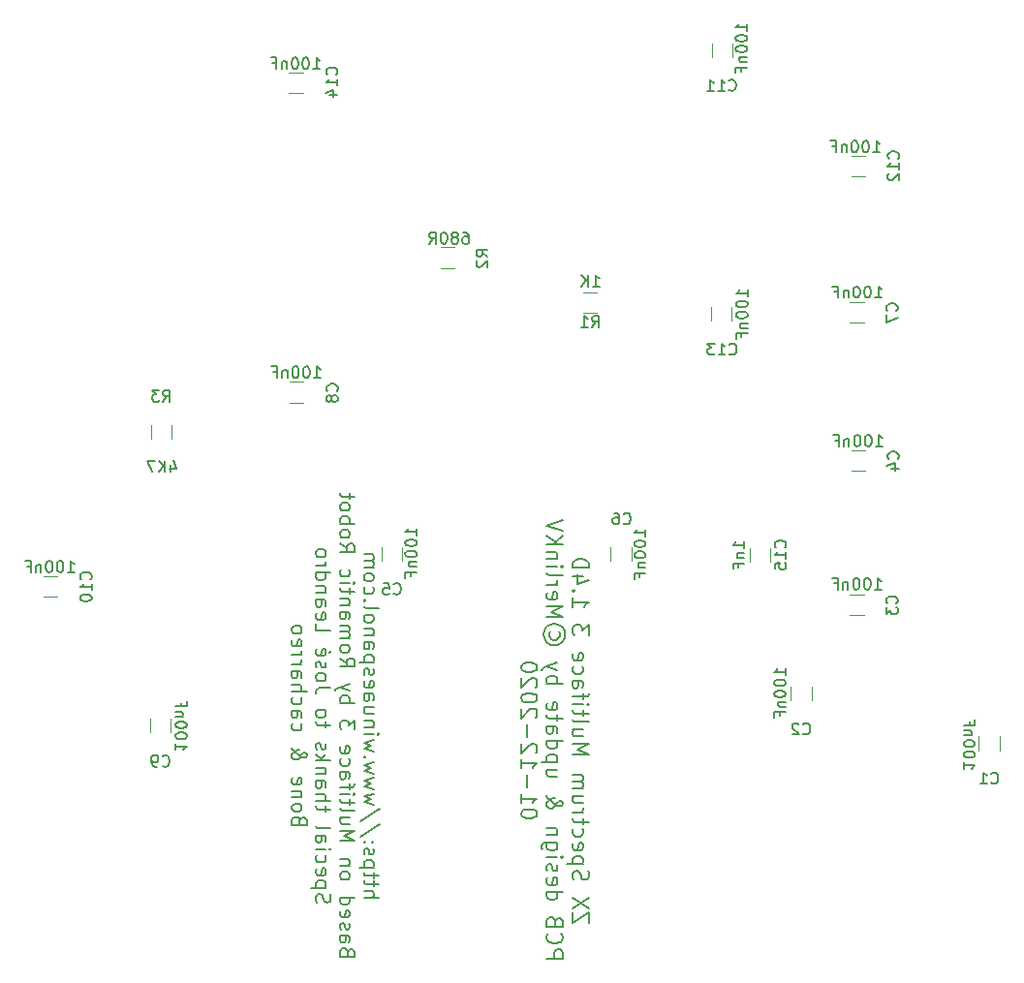
<source format=gbo>
G04 #@! TF.GenerationSoftware,KiCad,Pcbnew,(5.1.6)-1*
G04 #@! TF.CreationDate,2020-12-01T23:33:15+02:00*
G04 #@! TF.ProjectId,ZX_Multiface_3_1_4D,5a585f4d-756c-4746-9966-6163655f335f,rev?*
G04 #@! TF.SameCoordinates,Original*
G04 #@! TF.FileFunction,Legend,Bot*
G04 #@! TF.FilePolarity,Positive*
%FSLAX46Y46*%
G04 Gerber Fmt 4.6, Leading zero omitted, Abs format (unit mm)*
G04 Created by KiCad (PCBNEW (5.1.6)-1) date 2020-12-01 23:33:15*
%MOMM*%
%LPD*%
G01*
G04 APERTURE LIST*
%ADD10C,0.150000*%
%ADD11C,0.120000*%
G04 APERTURE END LIST*
D10*
X109394304Y-135560304D02*
X110694304Y-135560304D01*
X109394304Y-135003161D02*
X110075257Y-135003161D01*
X110199066Y-135065066D01*
X110260971Y-135188876D01*
X110260971Y-135374590D01*
X110199066Y-135498400D01*
X110137161Y-135560304D01*
X110260971Y-134569828D02*
X110260971Y-134074590D01*
X110694304Y-134384114D02*
X109580019Y-134384114D01*
X109456209Y-134322209D01*
X109394304Y-134198400D01*
X109394304Y-134074590D01*
X110260971Y-133826971D02*
X110260971Y-133331733D01*
X110694304Y-133641257D02*
X109580019Y-133641257D01*
X109456209Y-133579352D01*
X109394304Y-133455542D01*
X109394304Y-133331733D01*
X110260971Y-132898400D02*
X108960971Y-132898400D01*
X110199066Y-132898400D02*
X110260971Y-132774590D01*
X110260971Y-132526971D01*
X110199066Y-132403161D01*
X110137161Y-132341257D01*
X110013352Y-132279352D01*
X109641923Y-132279352D01*
X109518114Y-132341257D01*
X109456209Y-132403161D01*
X109394304Y-132526971D01*
X109394304Y-132774590D01*
X109456209Y-132898400D01*
X109456209Y-131784114D02*
X109394304Y-131660304D01*
X109394304Y-131412685D01*
X109456209Y-131288876D01*
X109580019Y-131226971D01*
X109641923Y-131226971D01*
X109765733Y-131288876D01*
X109827638Y-131412685D01*
X109827638Y-131598400D01*
X109889542Y-131722209D01*
X110013352Y-131784114D01*
X110075257Y-131784114D01*
X110199066Y-131722209D01*
X110260971Y-131598400D01*
X110260971Y-131412685D01*
X110199066Y-131288876D01*
X109518114Y-130669828D02*
X109456209Y-130607923D01*
X109394304Y-130669828D01*
X109456209Y-130731733D01*
X109518114Y-130669828D01*
X109394304Y-130669828D01*
X110199066Y-130669828D02*
X110137161Y-130607923D01*
X110075257Y-130669828D01*
X110137161Y-130731733D01*
X110199066Y-130669828D01*
X110075257Y-130669828D01*
X110756209Y-129122209D02*
X109084780Y-130236495D01*
X110756209Y-127760304D02*
X109084780Y-128874590D01*
X110260971Y-127450780D02*
X109394304Y-127203161D01*
X110013352Y-126955542D01*
X109394304Y-126707923D01*
X110260971Y-126460304D01*
X110260971Y-126088876D02*
X109394304Y-125841257D01*
X110013352Y-125593638D01*
X109394304Y-125346019D01*
X110260971Y-125098400D01*
X110260971Y-124726971D02*
X109394304Y-124479352D01*
X110013352Y-124231733D01*
X109394304Y-123984114D01*
X110260971Y-123736495D01*
X109518114Y-123241257D02*
X109456209Y-123179352D01*
X109394304Y-123241257D01*
X109456209Y-123303161D01*
X109518114Y-123241257D01*
X109394304Y-123241257D01*
X110260971Y-122746019D02*
X109394304Y-122498400D01*
X110013352Y-122250780D01*
X109394304Y-122003161D01*
X110260971Y-121755542D01*
X109394304Y-121260304D02*
X110260971Y-121260304D01*
X110694304Y-121260304D02*
X110632400Y-121322209D01*
X110570495Y-121260304D01*
X110632400Y-121198400D01*
X110694304Y-121260304D01*
X110570495Y-121260304D01*
X110260971Y-120641257D02*
X109394304Y-120641257D01*
X110137161Y-120641257D02*
X110199066Y-120579352D01*
X110260971Y-120455542D01*
X110260971Y-120269828D01*
X110199066Y-120146019D01*
X110075257Y-120084114D01*
X109394304Y-120084114D01*
X110260971Y-118907923D02*
X109394304Y-118907923D01*
X110260971Y-119465066D02*
X109580019Y-119465066D01*
X109456209Y-119403161D01*
X109394304Y-119279352D01*
X109394304Y-119093638D01*
X109456209Y-118969828D01*
X109518114Y-118907923D01*
X109394304Y-117731733D02*
X110075257Y-117731733D01*
X110199066Y-117793638D01*
X110260971Y-117917447D01*
X110260971Y-118165066D01*
X110199066Y-118288876D01*
X109456209Y-117731733D02*
X109394304Y-117855542D01*
X109394304Y-118165066D01*
X109456209Y-118288876D01*
X109580019Y-118350780D01*
X109703828Y-118350780D01*
X109827638Y-118288876D01*
X109889542Y-118165066D01*
X109889542Y-117855542D01*
X109951447Y-117731733D01*
X109456209Y-116617447D02*
X109394304Y-116741257D01*
X109394304Y-116988876D01*
X109456209Y-117112685D01*
X109580019Y-117174590D01*
X110075257Y-117174590D01*
X110199066Y-117112685D01*
X110260971Y-116988876D01*
X110260971Y-116741257D01*
X110199066Y-116617447D01*
X110075257Y-116555542D01*
X109951447Y-116555542D01*
X109827638Y-117174590D01*
X109456209Y-116060304D02*
X109394304Y-115936495D01*
X109394304Y-115688876D01*
X109456209Y-115565066D01*
X109580019Y-115503161D01*
X109641923Y-115503161D01*
X109765733Y-115565066D01*
X109827638Y-115688876D01*
X109827638Y-115874590D01*
X109889542Y-115998400D01*
X110013352Y-116060304D01*
X110075257Y-116060304D01*
X110199066Y-115998400D01*
X110260971Y-115874590D01*
X110260971Y-115688876D01*
X110199066Y-115565066D01*
X110260971Y-114946019D02*
X108960971Y-114946019D01*
X110199066Y-114946019D02*
X110260971Y-114822209D01*
X110260971Y-114574590D01*
X110199066Y-114450780D01*
X110137161Y-114388876D01*
X110013352Y-114326971D01*
X109641923Y-114326971D01*
X109518114Y-114388876D01*
X109456209Y-114450780D01*
X109394304Y-114574590D01*
X109394304Y-114822209D01*
X109456209Y-114946019D01*
X109394304Y-113212685D02*
X110075257Y-113212685D01*
X110199066Y-113274590D01*
X110260971Y-113398400D01*
X110260971Y-113646019D01*
X110199066Y-113769828D01*
X109456209Y-113212685D02*
X109394304Y-113336495D01*
X109394304Y-113646019D01*
X109456209Y-113769828D01*
X109580019Y-113831733D01*
X109703828Y-113831733D01*
X109827638Y-113769828D01*
X109889542Y-113646019D01*
X109889542Y-113336495D01*
X109951447Y-113212685D01*
X110260971Y-112593638D02*
X109394304Y-112593638D01*
X110137161Y-112593638D02*
X110199066Y-112531733D01*
X110260971Y-112407923D01*
X110260971Y-112222209D01*
X110199066Y-112098400D01*
X110075257Y-112036495D01*
X109394304Y-112036495D01*
X109394304Y-111231733D02*
X109456209Y-111355542D01*
X109518114Y-111417447D01*
X109641923Y-111479352D01*
X110013352Y-111479352D01*
X110137161Y-111417447D01*
X110199066Y-111355542D01*
X110260971Y-111231733D01*
X110260971Y-111046019D01*
X110199066Y-110922209D01*
X110137161Y-110860304D01*
X110013352Y-110798400D01*
X109641923Y-110798400D01*
X109518114Y-110860304D01*
X109456209Y-110922209D01*
X109394304Y-111046019D01*
X109394304Y-111231733D01*
X109394304Y-110055542D02*
X109456209Y-110179352D01*
X109580019Y-110241257D01*
X110694304Y-110241257D01*
X109518114Y-109560304D02*
X109456209Y-109498400D01*
X109394304Y-109560304D01*
X109456209Y-109622209D01*
X109518114Y-109560304D01*
X109394304Y-109560304D01*
X109456209Y-108384114D02*
X109394304Y-108507923D01*
X109394304Y-108755542D01*
X109456209Y-108879352D01*
X109518114Y-108941257D01*
X109641923Y-109003161D01*
X110013352Y-109003161D01*
X110137161Y-108941257D01*
X110199066Y-108879352D01*
X110260971Y-108755542D01*
X110260971Y-108507923D01*
X110199066Y-108384114D01*
X109394304Y-107641257D02*
X109456209Y-107765066D01*
X109518114Y-107826971D01*
X109641923Y-107888876D01*
X110013352Y-107888876D01*
X110137161Y-107826971D01*
X110199066Y-107765066D01*
X110260971Y-107641257D01*
X110260971Y-107455542D01*
X110199066Y-107331733D01*
X110137161Y-107269828D01*
X110013352Y-107207923D01*
X109641923Y-107207923D01*
X109518114Y-107269828D01*
X109456209Y-107331733D01*
X109394304Y-107455542D01*
X109394304Y-107641257D01*
X109394304Y-106650780D02*
X110260971Y-106650780D01*
X110137161Y-106650780D02*
X110199066Y-106588876D01*
X110260971Y-106465066D01*
X110260971Y-106279352D01*
X110199066Y-106155542D01*
X110075257Y-106093638D01*
X109394304Y-106093638D01*
X110075257Y-106093638D02*
X110199066Y-106031733D01*
X110260971Y-105907923D01*
X110260971Y-105722209D01*
X110199066Y-105598400D01*
X110075257Y-105536495D01*
X109394304Y-105536495D01*
X107975257Y-140296019D02*
X107913352Y-140110304D01*
X107851447Y-140048400D01*
X107727638Y-139986495D01*
X107541923Y-139986495D01*
X107418114Y-140048400D01*
X107356209Y-140110304D01*
X107294304Y-140234114D01*
X107294304Y-140729352D01*
X108594304Y-140729352D01*
X108594304Y-140296019D01*
X108532400Y-140172209D01*
X108470495Y-140110304D01*
X108346685Y-140048400D01*
X108222876Y-140048400D01*
X108099066Y-140110304D01*
X108037161Y-140172209D01*
X107975257Y-140296019D01*
X107975257Y-140729352D01*
X107294304Y-138872209D02*
X107975257Y-138872209D01*
X108099066Y-138934114D01*
X108160971Y-139057923D01*
X108160971Y-139305542D01*
X108099066Y-139429352D01*
X107356209Y-138872209D02*
X107294304Y-138996019D01*
X107294304Y-139305542D01*
X107356209Y-139429352D01*
X107480019Y-139491257D01*
X107603828Y-139491257D01*
X107727638Y-139429352D01*
X107789542Y-139305542D01*
X107789542Y-138996019D01*
X107851447Y-138872209D01*
X107356209Y-138315066D02*
X107294304Y-138191257D01*
X107294304Y-137943638D01*
X107356209Y-137819828D01*
X107480019Y-137757923D01*
X107541923Y-137757923D01*
X107665733Y-137819828D01*
X107727638Y-137943638D01*
X107727638Y-138129352D01*
X107789542Y-138253161D01*
X107913352Y-138315066D01*
X107975257Y-138315066D01*
X108099066Y-138253161D01*
X108160971Y-138129352D01*
X108160971Y-137943638D01*
X108099066Y-137819828D01*
X107356209Y-136705542D02*
X107294304Y-136829352D01*
X107294304Y-137076971D01*
X107356209Y-137200780D01*
X107480019Y-137262685D01*
X107975257Y-137262685D01*
X108099066Y-137200780D01*
X108160971Y-137076971D01*
X108160971Y-136829352D01*
X108099066Y-136705542D01*
X107975257Y-136643638D01*
X107851447Y-136643638D01*
X107727638Y-137262685D01*
X107294304Y-135529352D02*
X108594304Y-135529352D01*
X107356209Y-135529352D02*
X107294304Y-135653161D01*
X107294304Y-135900780D01*
X107356209Y-136024590D01*
X107418114Y-136086495D01*
X107541923Y-136148400D01*
X107913352Y-136148400D01*
X108037161Y-136086495D01*
X108099066Y-136024590D01*
X108160971Y-135900780D01*
X108160971Y-135653161D01*
X108099066Y-135529352D01*
X107294304Y-133734114D02*
X107356209Y-133857923D01*
X107418114Y-133919828D01*
X107541923Y-133981733D01*
X107913352Y-133981733D01*
X108037161Y-133919828D01*
X108099066Y-133857923D01*
X108160971Y-133734114D01*
X108160971Y-133548400D01*
X108099066Y-133424590D01*
X108037161Y-133362685D01*
X107913352Y-133300780D01*
X107541923Y-133300780D01*
X107418114Y-133362685D01*
X107356209Y-133424590D01*
X107294304Y-133548400D01*
X107294304Y-133734114D01*
X108160971Y-132743638D02*
X107294304Y-132743638D01*
X108037161Y-132743638D02*
X108099066Y-132681733D01*
X108160971Y-132557923D01*
X108160971Y-132372209D01*
X108099066Y-132248400D01*
X107975257Y-132186495D01*
X107294304Y-132186495D01*
X107294304Y-130576971D02*
X108594304Y-130576971D01*
X107665733Y-130143638D01*
X108594304Y-129710304D01*
X107294304Y-129710304D01*
X108160971Y-128534114D02*
X107294304Y-128534114D01*
X108160971Y-129091257D02*
X107480019Y-129091257D01*
X107356209Y-129029352D01*
X107294304Y-128905542D01*
X107294304Y-128719828D01*
X107356209Y-128596019D01*
X107418114Y-128534114D01*
X107294304Y-127729352D02*
X107356209Y-127853161D01*
X107480019Y-127915066D01*
X108594304Y-127915066D01*
X108160971Y-127419828D02*
X108160971Y-126924590D01*
X108594304Y-127234114D02*
X107480019Y-127234114D01*
X107356209Y-127172209D01*
X107294304Y-127048400D01*
X107294304Y-126924590D01*
X107294304Y-126491257D02*
X108160971Y-126491257D01*
X108594304Y-126491257D02*
X108532400Y-126553161D01*
X108470495Y-126491257D01*
X108532400Y-126429352D01*
X108594304Y-126491257D01*
X108470495Y-126491257D01*
X108160971Y-126057923D02*
X108160971Y-125562685D01*
X107294304Y-125872209D02*
X108408590Y-125872209D01*
X108532400Y-125810304D01*
X108594304Y-125686495D01*
X108594304Y-125562685D01*
X107294304Y-124572209D02*
X107975257Y-124572209D01*
X108099066Y-124634114D01*
X108160971Y-124757923D01*
X108160971Y-125005542D01*
X108099066Y-125129352D01*
X107356209Y-124572209D02*
X107294304Y-124696019D01*
X107294304Y-125005542D01*
X107356209Y-125129352D01*
X107480019Y-125191257D01*
X107603828Y-125191257D01*
X107727638Y-125129352D01*
X107789542Y-125005542D01*
X107789542Y-124696019D01*
X107851447Y-124572209D01*
X107356209Y-123396019D02*
X107294304Y-123519828D01*
X107294304Y-123767447D01*
X107356209Y-123891257D01*
X107418114Y-123953161D01*
X107541923Y-124015066D01*
X107913352Y-124015066D01*
X108037161Y-123953161D01*
X108099066Y-123891257D01*
X108160971Y-123767447D01*
X108160971Y-123519828D01*
X108099066Y-123396019D01*
X107356209Y-122343638D02*
X107294304Y-122467447D01*
X107294304Y-122715066D01*
X107356209Y-122838876D01*
X107480019Y-122900780D01*
X107975257Y-122900780D01*
X108099066Y-122838876D01*
X108160971Y-122715066D01*
X108160971Y-122467447D01*
X108099066Y-122343638D01*
X107975257Y-122281733D01*
X107851447Y-122281733D01*
X107727638Y-122900780D01*
X108594304Y-120857923D02*
X108594304Y-120053161D01*
X108099066Y-120486495D01*
X108099066Y-120300780D01*
X108037161Y-120176971D01*
X107975257Y-120115066D01*
X107851447Y-120053161D01*
X107541923Y-120053161D01*
X107418114Y-120115066D01*
X107356209Y-120176971D01*
X107294304Y-120300780D01*
X107294304Y-120672209D01*
X107356209Y-120796019D01*
X107418114Y-120857923D01*
X107294304Y-118505542D02*
X108594304Y-118505542D01*
X108099066Y-118505542D02*
X108160971Y-118381733D01*
X108160971Y-118134114D01*
X108099066Y-118010304D01*
X108037161Y-117948400D01*
X107913352Y-117886495D01*
X107541923Y-117886495D01*
X107418114Y-117948400D01*
X107356209Y-118010304D01*
X107294304Y-118134114D01*
X107294304Y-118381733D01*
X107356209Y-118505542D01*
X108160971Y-117453161D02*
X107294304Y-117143638D01*
X108160971Y-116834114D02*
X107294304Y-117143638D01*
X106984780Y-117267447D01*
X106922876Y-117329352D01*
X106860971Y-117453161D01*
X107294304Y-114605542D02*
X107913352Y-115038876D01*
X107294304Y-115348400D02*
X108594304Y-115348400D01*
X108594304Y-114853161D01*
X108532400Y-114729352D01*
X108470495Y-114667447D01*
X108346685Y-114605542D01*
X108160971Y-114605542D01*
X108037161Y-114667447D01*
X107975257Y-114729352D01*
X107913352Y-114853161D01*
X107913352Y-115348400D01*
X107294304Y-113862685D02*
X107356209Y-113986495D01*
X107418114Y-114048400D01*
X107541923Y-114110304D01*
X107913352Y-114110304D01*
X108037161Y-114048400D01*
X108099066Y-113986495D01*
X108160971Y-113862685D01*
X108160971Y-113676971D01*
X108099066Y-113553161D01*
X108037161Y-113491257D01*
X107913352Y-113429352D01*
X107541923Y-113429352D01*
X107418114Y-113491257D01*
X107356209Y-113553161D01*
X107294304Y-113676971D01*
X107294304Y-113862685D01*
X107294304Y-112872209D02*
X108160971Y-112872209D01*
X108037161Y-112872209D02*
X108099066Y-112810304D01*
X108160971Y-112686495D01*
X108160971Y-112500780D01*
X108099066Y-112376971D01*
X107975257Y-112315066D01*
X107294304Y-112315066D01*
X107975257Y-112315066D02*
X108099066Y-112253161D01*
X108160971Y-112129352D01*
X108160971Y-111943638D01*
X108099066Y-111819828D01*
X107975257Y-111757923D01*
X107294304Y-111757923D01*
X107294304Y-110581733D02*
X107975257Y-110581733D01*
X108099066Y-110643638D01*
X108160971Y-110767447D01*
X108160971Y-111015066D01*
X108099066Y-111138876D01*
X107356209Y-110581733D02*
X107294304Y-110705542D01*
X107294304Y-111015066D01*
X107356209Y-111138876D01*
X107480019Y-111200780D01*
X107603828Y-111200780D01*
X107727638Y-111138876D01*
X107789542Y-111015066D01*
X107789542Y-110705542D01*
X107851447Y-110581733D01*
X108160971Y-109962685D02*
X107294304Y-109962685D01*
X108037161Y-109962685D02*
X108099066Y-109900780D01*
X108160971Y-109776971D01*
X108160971Y-109591257D01*
X108099066Y-109467447D01*
X107975257Y-109405542D01*
X107294304Y-109405542D01*
X108160971Y-108972209D02*
X108160971Y-108476971D01*
X108594304Y-108786495D02*
X107480019Y-108786495D01*
X107356209Y-108724590D01*
X107294304Y-108600780D01*
X107294304Y-108476971D01*
X107294304Y-108043638D02*
X108160971Y-108043638D01*
X108594304Y-108043638D02*
X108532400Y-108105542D01*
X108470495Y-108043638D01*
X108532400Y-107981733D01*
X108594304Y-108043638D01*
X108470495Y-108043638D01*
X107356209Y-106867447D02*
X107294304Y-106991257D01*
X107294304Y-107238876D01*
X107356209Y-107362685D01*
X107418114Y-107424590D01*
X107541923Y-107486495D01*
X107913352Y-107486495D01*
X108037161Y-107424590D01*
X108099066Y-107362685D01*
X108160971Y-107238876D01*
X108160971Y-106991257D01*
X108099066Y-106867447D01*
X107294304Y-104576971D02*
X107913352Y-105010304D01*
X107294304Y-105319828D02*
X108594304Y-105319828D01*
X108594304Y-104824590D01*
X108532400Y-104700780D01*
X108470495Y-104638876D01*
X108346685Y-104576971D01*
X108160971Y-104576971D01*
X108037161Y-104638876D01*
X107975257Y-104700780D01*
X107913352Y-104824590D01*
X107913352Y-105319828D01*
X107294304Y-103834114D02*
X107356209Y-103957923D01*
X107418114Y-104019828D01*
X107541923Y-104081733D01*
X107913352Y-104081733D01*
X108037161Y-104019828D01*
X108099066Y-103957923D01*
X108160971Y-103834114D01*
X108160971Y-103648400D01*
X108099066Y-103524590D01*
X108037161Y-103462685D01*
X107913352Y-103400780D01*
X107541923Y-103400780D01*
X107418114Y-103462685D01*
X107356209Y-103524590D01*
X107294304Y-103648400D01*
X107294304Y-103834114D01*
X107294304Y-102843638D02*
X108594304Y-102843638D01*
X108099066Y-102843638D02*
X108160971Y-102719828D01*
X108160971Y-102472209D01*
X108099066Y-102348400D01*
X108037161Y-102286495D01*
X107913352Y-102224590D01*
X107541923Y-102224590D01*
X107418114Y-102286495D01*
X107356209Y-102348400D01*
X107294304Y-102472209D01*
X107294304Y-102719828D01*
X107356209Y-102843638D01*
X107294304Y-101481733D02*
X107356209Y-101605542D01*
X107418114Y-101667447D01*
X107541923Y-101729352D01*
X107913352Y-101729352D01*
X108037161Y-101667447D01*
X108099066Y-101605542D01*
X108160971Y-101481733D01*
X108160971Y-101296019D01*
X108099066Y-101172209D01*
X108037161Y-101110304D01*
X107913352Y-101048400D01*
X107541923Y-101048400D01*
X107418114Y-101110304D01*
X107356209Y-101172209D01*
X107294304Y-101296019D01*
X107294304Y-101481733D01*
X108160971Y-100676971D02*
X108160971Y-100181733D01*
X108594304Y-100491257D02*
X107480019Y-100491257D01*
X107356209Y-100429352D01*
X107294304Y-100305542D01*
X107294304Y-100181733D01*
X105256209Y-135993638D02*
X105194304Y-135807923D01*
X105194304Y-135498400D01*
X105256209Y-135374590D01*
X105318114Y-135312685D01*
X105441923Y-135250780D01*
X105565733Y-135250780D01*
X105689542Y-135312685D01*
X105751447Y-135374590D01*
X105813352Y-135498400D01*
X105875257Y-135746019D01*
X105937161Y-135869828D01*
X105999066Y-135931733D01*
X106122876Y-135993638D01*
X106246685Y-135993638D01*
X106370495Y-135931733D01*
X106432400Y-135869828D01*
X106494304Y-135746019D01*
X106494304Y-135436495D01*
X106432400Y-135250780D01*
X106060971Y-134693638D02*
X104760971Y-134693638D01*
X105999066Y-134693638D02*
X106060971Y-134569828D01*
X106060971Y-134322209D01*
X105999066Y-134198400D01*
X105937161Y-134136495D01*
X105813352Y-134074590D01*
X105441923Y-134074590D01*
X105318114Y-134136495D01*
X105256209Y-134198400D01*
X105194304Y-134322209D01*
X105194304Y-134569828D01*
X105256209Y-134693638D01*
X105256209Y-133022209D02*
X105194304Y-133146019D01*
X105194304Y-133393638D01*
X105256209Y-133517447D01*
X105380019Y-133579352D01*
X105875257Y-133579352D01*
X105999066Y-133517447D01*
X106060971Y-133393638D01*
X106060971Y-133146019D01*
X105999066Y-133022209D01*
X105875257Y-132960304D01*
X105751447Y-132960304D01*
X105627638Y-133579352D01*
X105256209Y-131846019D02*
X105194304Y-131969828D01*
X105194304Y-132217447D01*
X105256209Y-132341257D01*
X105318114Y-132403161D01*
X105441923Y-132465066D01*
X105813352Y-132465066D01*
X105937161Y-132403161D01*
X105999066Y-132341257D01*
X106060971Y-132217447D01*
X106060971Y-131969828D01*
X105999066Y-131846019D01*
X105194304Y-131288876D02*
X106060971Y-131288876D01*
X106494304Y-131288876D02*
X106432400Y-131350780D01*
X106370495Y-131288876D01*
X106432400Y-131226971D01*
X106494304Y-131288876D01*
X106370495Y-131288876D01*
X105194304Y-130112685D02*
X105875257Y-130112685D01*
X105999066Y-130174590D01*
X106060971Y-130298400D01*
X106060971Y-130546019D01*
X105999066Y-130669828D01*
X105256209Y-130112685D02*
X105194304Y-130236495D01*
X105194304Y-130546019D01*
X105256209Y-130669828D01*
X105380019Y-130731733D01*
X105503828Y-130731733D01*
X105627638Y-130669828D01*
X105689542Y-130546019D01*
X105689542Y-130236495D01*
X105751447Y-130112685D01*
X105194304Y-129307923D02*
X105256209Y-129431733D01*
X105380019Y-129493638D01*
X106494304Y-129493638D01*
X106060971Y-128007923D02*
X106060971Y-127512685D01*
X106494304Y-127822209D02*
X105380019Y-127822209D01*
X105256209Y-127760304D01*
X105194304Y-127636495D01*
X105194304Y-127512685D01*
X105194304Y-127079352D02*
X106494304Y-127079352D01*
X105194304Y-126522209D02*
X105875257Y-126522209D01*
X105999066Y-126584114D01*
X106060971Y-126707923D01*
X106060971Y-126893638D01*
X105999066Y-127017447D01*
X105937161Y-127079352D01*
X105194304Y-125346019D02*
X105875257Y-125346019D01*
X105999066Y-125407923D01*
X106060971Y-125531733D01*
X106060971Y-125779352D01*
X105999066Y-125903161D01*
X105256209Y-125346019D02*
X105194304Y-125469828D01*
X105194304Y-125779352D01*
X105256209Y-125903161D01*
X105380019Y-125965066D01*
X105503828Y-125965066D01*
X105627638Y-125903161D01*
X105689542Y-125779352D01*
X105689542Y-125469828D01*
X105751447Y-125346019D01*
X106060971Y-124726971D02*
X105194304Y-124726971D01*
X105937161Y-124726971D02*
X105999066Y-124665066D01*
X106060971Y-124541257D01*
X106060971Y-124355542D01*
X105999066Y-124231733D01*
X105875257Y-124169828D01*
X105194304Y-124169828D01*
X105194304Y-123550780D02*
X106494304Y-123550780D01*
X105689542Y-123426971D02*
X105194304Y-123055542D01*
X106060971Y-123055542D02*
X105565733Y-123550780D01*
X105256209Y-122560304D02*
X105194304Y-122436495D01*
X105194304Y-122188876D01*
X105256209Y-122065066D01*
X105380019Y-122003161D01*
X105441923Y-122003161D01*
X105565733Y-122065066D01*
X105627638Y-122188876D01*
X105627638Y-122374590D01*
X105689542Y-122498400D01*
X105813352Y-122560304D01*
X105875257Y-122560304D01*
X105999066Y-122498400D01*
X106060971Y-122374590D01*
X106060971Y-122188876D01*
X105999066Y-122065066D01*
X106060971Y-120641257D02*
X106060971Y-120146019D01*
X106494304Y-120455542D02*
X105380019Y-120455542D01*
X105256209Y-120393638D01*
X105194304Y-120269828D01*
X105194304Y-120146019D01*
X105194304Y-119526971D02*
X105256209Y-119650780D01*
X105318114Y-119712685D01*
X105441923Y-119774590D01*
X105813352Y-119774590D01*
X105937161Y-119712685D01*
X105999066Y-119650780D01*
X106060971Y-119526971D01*
X106060971Y-119341257D01*
X105999066Y-119217447D01*
X105937161Y-119155542D01*
X105813352Y-119093638D01*
X105441923Y-119093638D01*
X105318114Y-119155542D01*
X105256209Y-119217447D01*
X105194304Y-119341257D01*
X105194304Y-119526971D01*
X106494304Y-117174590D02*
X105565733Y-117174590D01*
X105380019Y-117236495D01*
X105256209Y-117360304D01*
X105194304Y-117546019D01*
X105194304Y-117669828D01*
X105194304Y-116369828D02*
X105256209Y-116493638D01*
X105318114Y-116555542D01*
X105441923Y-116617447D01*
X105813352Y-116617447D01*
X105937161Y-116555542D01*
X105999066Y-116493638D01*
X106060971Y-116369828D01*
X106060971Y-116184114D01*
X105999066Y-116060304D01*
X105937161Y-115998400D01*
X105813352Y-115936495D01*
X105441923Y-115936495D01*
X105318114Y-115998400D01*
X105256209Y-116060304D01*
X105194304Y-116184114D01*
X105194304Y-116369828D01*
X105256209Y-115441257D02*
X105194304Y-115317447D01*
X105194304Y-115069828D01*
X105256209Y-114946019D01*
X105380019Y-114884114D01*
X105441923Y-114884114D01*
X105565733Y-114946019D01*
X105627638Y-115069828D01*
X105627638Y-115255542D01*
X105689542Y-115379352D01*
X105813352Y-115441257D01*
X105875257Y-115441257D01*
X105999066Y-115379352D01*
X106060971Y-115255542D01*
X106060971Y-115069828D01*
X105999066Y-114946019D01*
X105256209Y-113831733D02*
X105194304Y-113955542D01*
X105194304Y-114203161D01*
X105256209Y-114326971D01*
X105380019Y-114388876D01*
X105875257Y-114388876D01*
X105999066Y-114326971D01*
X106060971Y-114203161D01*
X106060971Y-113955542D01*
X105999066Y-113831733D01*
X105875257Y-113769828D01*
X105751447Y-113769828D01*
X105627638Y-114388876D01*
X106556209Y-113955542D02*
X106370495Y-114141257D01*
X105194304Y-111603161D02*
X105194304Y-112222209D01*
X106494304Y-112222209D01*
X105256209Y-110674590D02*
X105194304Y-110798400D01*
X105194304Y-111046019D01*
X105256209Y-111169828D01*
X105380019Y-111231733D01*
X105875257Y-111231733D01*
X105999066Y-111169828D01*
X106060971Y-111046019D01*
X106060971Y-110798400D01*
X105999066Y-110674590D01*
X105875257Y-110612685D01*
X105751447Y-110612685D01*
X105627638Y-111231733D01*
X105194304Y-109498400D02*
X105875257Y-109498400D01*
X105999066Y-109560304D01*
X106060971Y-109684114D01*
X106060971Y-109931733D01*
X105999066Y-110055542D01*
X105256209Y-109498400D02*
X105194304Y-109622209D01*
X105194304Y-109931733D01*
X105256209Y-110055542D01*
X105380019Y-110117447D01*
X105503828Y-110117447D01*
X105627638Y-110055542D01*
X105689542Y-109931733D01*
X105689542Y-109622209D01*
X105751447Y-109498400D01*
X106060971Y-108879352D02*
X105194304Y-108879352D01*
X105937161Y-108879352D02*
X105999066Y-108817447D01*
X106060971Y-108693638D01*
X106060971Y-108507923D01*
X105999066Y-108384114D01*
X105875257Y-108322209D01*
X105194304Y-108322209D01*
X105194304Y-107146019D02*
X106494304Y-107146019D01*
X105256209Y-107146019D02*
X105194304Y-107269828D01*
X105194304Y-107517447D01*
X105256209Y-107641257D01*
X105318114Y-107703161D01*
X105441923Y-107765066D01*
X105813352Y-107765066D01*
X105937161Y-107703161D01*
X105999066Y-107641257D01*
X106060971Y-107517447D01*
X106060971Y-107269828D01*
X105999066Y-107146019D01*
X105194304Y-106526971D02*
X106060971Y-106526971D01*
X105813352Y-106526971D02*
X105937161Y-106465066D01*
X105999066Y-106403161D01*
X106060971Y-106279352D01*
X106060971Y-106155542D01*
X105194304Y-105536495D02*
X105256209Y-105660304D01*
X105318114Y-105722209D01*
X105441923Y-105784114D01*
X105813352Y-105784114D01*
X105937161Y-105722209D01*
X105999066Y-105660304D01*
X106060971Y-105536495D01*
X106060971Y-105350780D01*
X105999066Y-105226971D01*
X105937161Y-105165066D01*
X105813352Y-105103161D01*
X105441923Y-105103161D01*
X105318114Y-105165066D01*
X105256209Y-105226971D01*
X105194304Y-105350780D01*
X105194304Y-105536495D01*
X103775257Y-128812685D02*
X103713352Y-128626971D01*
X103651447Y-128565066D01*
X103527638Y-128503161D01*
X103341923Y-128503161D01*
X103218114Y-128565066D01*
X103156209Y-128626971D01*
X103094304Y-128750780D01*
X103094304Y-129246019D01*
X104394304Y-129246019D01*
X104394304Y-128812685D01*
X104332400Y-128688876D01*
X104270495Y-128626971D01*
X104146685Y-128565066D01*
X104022876Y-128565066D01*
X103899066Y-128626971D01*
X103837161Y-128688876D01*
X103775257Y-128812685D01*
X103775257Y-129246019D01*
X103094304Y-127760304D02*
X103156209Y-127884114D01*
X103218114Y-127946019D01*
X103341923Y-128007923D01*
X103713352Y-128007923D01*
X103837161Y-127946019D01*
X103899066Y-127884114D01*
X103960971Y-127760304D01*
X103960971Y-127574590D01*
X103899066Y-127450780D01*
X103837161Y-127388876D01*
X103713352Y-127326971D01*
X103341923Y-127326971D01*
X103218114Y-127388876D01*
X103156209Y-127450780D01*
X103094304Y-127574590D01*
X103094304Y-127760304D01*
X103960971Y-126769828D02*
X103094304Y-126769828D01*
X103837161Y-126769828D02*
X103899066Y-126707923D01*
X103960971Y-126584114D01*
X103960971Y-126398400D01*
X103899066Y-126274590D01*
X103775257Y-126212685D01*
X103094304Y-126212685D01*
X103156209Y-125098400D02*
X103094304Y-125222209D01*
X103094304Y-125469828D01*
X103156209Y-125593638D01*
X103280019Y-125655542D01*
X103775257Y-125655542D01*
X103899066Y-125593638D01*
X103960971Y-125469828D01*
X103960971Y-125222209D01*
X103899066Y-125098400D01*
X103775257Y-125036495D01*
X103651447Y-125036495D01*
X103527638Y-125655542D01*
X103094304Y-122436495D02*
X103094304Y-122498400D01*
X103156209Y-122622209D01*
X103341923Y-122807923D01*
X103713352Y-123117447D01*
X103899066Y-123241257D01*
X104084780Y-123303161D01*
X104208590Y-123303161D01*
X104332400Y-123241257D01*
X104394304Y-123117447D01*
X104394304Y-123055542D01*
X104332400Y-122931733D01*
X104208590Y-122869828D01*
X104146685Y-122869828D01*
X104022876Y-122931733D01*
X103960971Y-122993638D01*
X103713352Y-123365066D01*
X103651447Y-123426971D01*
X103527638Y-123488876D01*
X103341923Y-123488876D01*
X103218114Y-123426971D01*
X103156209Y-123365066D01*
X103094304Y-123241257D01*
X103094304Y-123055542D01*
X103156209Y-122931733D01*
X103218114Y-122869828D01*
X103465733Y-122684114D01*
X103651447Y-122622209D01*
X103775257Y-122622209D01*
X103156209Y-120331733D02*
X103094304Y-120455542D01*
X103094304Y-120703161D01*
X103156209Y-120826971D01*
X103218114Y-120888876D01*
X103341923Y-120950780D01*
X103713352Y-120950780D01*
X103837161Y-120888876D01*
X103899066Y-120826971D01*
X103960971Y-120703161D01*
X103960971Y-120455542D01*
X103899066Y-120331733D01*
X103094304Y-119217447D02*
X103775257Y-119217447D01*
X103899066Y-119279352D01*
X103960971Y-119403161D01*
X103960971Y-119650780D01*
X103899066Y-119774590D01*
X103156209Y-119217447D02*
X103094304Y-119341257D01*
X103094304Y-119650780D01*
X103156209Y-119774590D01*
X103280019Y-119836495D01*
X103403828Y-119836495D01*
X103527638Y-119774590D01*
X103589542Y-119650780D01*
X103589542Y-119341257D01*
X103651447Y-119217447D01*
X103156209Y-118041257D02*
X103094304Y-118165066D01*
X103094304Y-118412685D01*
X103156209Y-118536495D01*
X103218114Y-118598400D01*
X103341923Y-118660304D01*
X103713352Y-118660304D01*
X103837161Y-118598400D01*
X103899066Y-118536495D01*
X103960971Y-118412685D01*
X103960971Y-118165066D01*
X103899066Y-118041257D01*
X103094304Y-117484114D02*
X104394304Y-117484114D01*
X103094304Y-116926971D02*
X103775257Y-116926971D01*
X103899066Y-116988876D01*
X103960971Y-117112685D01*
X103960971Y-117298400D01*
X103899066Y-117422209D01*
X103837161Y-117484114D01*
X103094304Y-115750780D02*
X103775257Y-115750780D01*
X103899066Y-115812685D01*
X103960971Y-115936495D01*
X103960971Y-116184114D01*
X103899066Y-116307923D01*
X103156209Y-115750780D02*
X103094304Y-115874590D01*
X103094304Y-116184114D01*
X103156209Y-116307923D01*
X103280019Y-116369828D01*
X103403828Y-116369828D01*
X103527638Y-116307923D01*
X103589542Y-116184114D01*
X103589542Y-115874590D01*
X103651447Y-115750780D01*
X103094304Y-115131733D02*
X103960971Y-115131733D01*
X103713352Y-115131733D02*
X103837161Y-115069828D01*
X103899066Y-115007923D01*
X103960971Y-114884114D01*
X103960971Y-114760304D01*
X103094304Y-114326971D02*
X103960971Y-114326971D01*
X103713352Y-114326971D02*
X103837161Y-114265066D01*
X103899066Y-114203161D01*
X103960971Y-114079352D01*
X103960971Y-113955542D01*
X103156209Y-113026971D02*
X103094304Y-113150780D01*
X103094304Y-113398400D01*
X103156209Y-113522209D01*
X103280019Y-113584114D01*
X103775257Y-113584114D01*
X103899066Y-113522209D01*
X103960971Y-113398400D01*
X103960971Y-113150780D01*
X103899066Y-113026971D01*
X103775257Y-112965066D01*
X103651447Y-112965066D01*
X103527638Y-113584114D01*
X103094304Y-112222209D02*
X103156209Y-112346019D01*
X103218114Y-112407923D01*
X103341923Y-112469828D01*
X103713352Y-112469828D01*
X103837161Y-112407923D01*
X103899066Y-112346019D01*
X103960971Y-112222209D01*
X103960971Y-112036495D01*
X103899066Y-111912685D01*
X103837161Y-111850780D01*
X103713352Y-111788876D01*
X103341923Y-111788876D01*
X103218114Y-111850780D01*
X103156209Y-111912685D01*
X103094304Y-112036495D01*
X103094304Y-112222209D01*
X129026066Y-137785066D02*
X129026066Y-136851733D01*
X127626066Y-137785066D01*
X127626066Y-136851733D01*
X129026066Y-136451733D02*
X127626066Y-135518400D01*
X129026066Y-135518400D02*
X127626066Y-136451733D01*
X127692733Y-133985066D02*
X127626066Y-133785066D01*
X127626066Y-133451733D01*
X127692733Y-133318400D01*
X127759400Y-133251733D01*
X127892733Y-133185066D01*
X128026066Y-133185066D01*
X128159400Y-133251733D01*
X128226066Y-133318400D01*
X128292733Y-133451733D01*
X128359400Y-133718400D01*
X128426066Y-133851733D01*
X128492733Y-133918400D01*
X128626066Y-133985066D01*
X128759400Y-133985066D01*
X128892733Y-133918400D01*
X128959400Y-133851733D01*
X129026066Y-133718400D01*
X129026066Y-133385066D01*
X128959400Y-133185066D01*
X128559400Y-132585066D02*
X127159400Y-132585066D01*
X128492733Y-132585066D02*
X128559400Y-132451733D01*
X128559400Y-132185066D01*
X128492733Y-132051733D01*
X128426066Y-131985066D01*
X128292733Y-131918400D01*
X127892733Y-131918400D01*
X127759400Y-131985066D01*
X127692733Y-132051733D01*
X127626066Y-132185066D01*
X127626066Y-132451733D01*
X127692733Y-132585066D01*
X127692733Y-130785066D02*
X127626066Y-130918400D01*
X127626066Y-131185066D01*
X127692733Y-131318400D01*
X127826066Y-131385066D01*
X128359400Y-131385066D01*
X128492733Y-131318400D01*
X128559400Y-131185066D01*
X128559400Y-130918400D01*
X128492733Y-130785066D01*
X128359400Y-130718400D01*
X128226066Y-130718400D01*
X128092733Y-131385066D01*
X127692733Y-129518400D02*
X127626066Y-129651733D01*
X127626066Y-129918400D01*
X127692733Y-130051733D01*
X127759400Y-130118400D01*
X127892733Y-130185066D01*
X128292733Y-130185066D01*
X128426066Y-130118400D01*
X128492733Y-130051733D01*
X128559400Y-129918400D01*
X128559400Y-129651733D01*
X128492733Y-129518400D01*
X128559400Y-129118400D02*
X128559400Y-128585066D01*
X129026066Y-128918400D02*
X127826066Y-128918400D01*
X127692733Y-128851733D01*
X127626066Y-128718400D01*
X127626066Y-128585066D01*
X127626066Y-128118400D02*
X128559400Y-128118400D01*
X128292733Y-128118400D02*
X128426066Y-128051733D01*
X128492733Y-127985066D01*
X128559400Y-127851733D01*
X128559400Y-127718400D01*
X128559400Y-126651733D02*
X127626066Y-126651733D01*
X128559400Y-127251733D02*
X127826066Y-127251733D01*
X127692733Y-127185066D01*
X127626066Y-127051733D01*
X127626066Y-126851733D01*
X127692733Y-126718400D01*
X127759400Y-126651733D01*
X127626066Y-125985066D02*
X128559400Y-125985066D01*
X128426066Y-125985066D02*
X128492733Y-125918400D01*
X128559400Y-125785066D01*
X128559400Y-125585066D01*
X128492733Y-125451733D01*
X128359400Y-125385066D01*
X127626066Y-125385066D01*
X128359400Y-125385066D02*
X128492733Y-125318400D01*
X128559400Y-125185066D01*
X128559400Y-124985066D01*
X128492733Y-124851733D01*
X128359400Y-124785066D01*
X127626066Y-124785066D01*
X127626066Y-123051733D02*
X129026066Y-123051733D01*
X128026066Y-122585066D01*
X129026066Y-122118399D01*
X127626066Y-122118399D01*
X128559400Y-120851733D02*
X127626066Y-120851733D01*
X128559400Y-121451733D02*
X127826066Y-121451733D01*
X127692733Y-121385066D01*
X127626066Y-121251733D01*
X127626066Y-121051733D01*
X127692733Y-120918399D01*
X127759400Y-120851733D01*
X127626066Y-119985066D02*
X127692733Y-120118399D01*
X127826066Y-120185066D01*
X129026066Y-120185066D01*
X128559400Y-119651733D02*
X128559400Y-119118399D01*
X129026066Y-119451733D02*
X127826066Y-119451733D01*
X127692733Y-119385066D01*
X127626066Y-119251733D01*
X127626066Y-119118399D01*
X127626066Y-118651733D02*
X128559400Y-118651733D01*
X129026066Y-118651733D02*
X128959400Y-118718399D01*
X128892733Y-118651733D01*
X128959400Y-118585066D01*
X129026066Y-118651733D01*
X128892733Y-118651733D01*
X128559400Y-118185066D02*
X128559400Y-117651733D01*
X127626066Y-117985066D02*
X128826066Y-117985066D01*
X128959400Y-117918399D01*
X129026066Y-117785066D01*
X129026066Y-117651733D01*
X127626066Y-116585066D02*
X128359400Y-116585066D01*
X128492733Y-116651733D01*
X128559400Y-116785066D01*
X128559400Y-117051733D01*
X128492733Y-117185066D01*
X127692733Y-116585066D02*
X127626066Y-116718399D01*
X127626066Y-117051733D01*
X127692733Y-117185066D01*
X127826066Y-117251733D01*
X127959400Y-117251733D01*
X128092733Y-117185066D01*
X128159400Y-117051733D01*
X128159400Y-116718399D01*
X128226066Y-116585066D01*
X127692733Y-115318399D02*
X127626066Y-115451733D01*
X127626066Y-115718399D01*
X127692733Y-115851733D01*
X127759400Y-115918399D01*
X127892733Y-115985066D01*
X128292733Y-115985066D01*
X128426066Y-115918399D01*
X128492733Y-115851733D01*
X128559400Y-115718399D01*
X128559400Y-115451733D01*
X128492733Y-115318399D01*
X127692733Y-114185066D02*
X127626066Y-114318399D01*
X127626066Y-114585066D01*
X127692733Y-114718399D01*
X127826066Y-114785066D01*
X128359400Y-114785066D01*
X128492733Y-114718399D01*
X128559400Y-114585066D01*
X128559400Y-114318399D01*
X128492733Y-114185066D01*
X128359400Y-114118399D01*
X128226066Y-114118399D01*
X128092733Y-114785066D01*
X129026066Y-112585066D02*
X129026066Y-111718400D01*
X128492733Y-112185066D01*
X128492733Y-111985066D01*
X128426066Y-111851733D01*
X128359400Y-111785066D01*
X128226066Y-111718400D01*
X127892733Y-111718400D01*
X127759400Y-111785066D01*
X127692733Y-111851733D01*
X127626066Y-111985066D01*
X127626066Y-112385066D01*
X127692733Y-112518399D01*
X127759400Y-112585066D01*
X127626066Y-109318399D02*
X127626066Y-110118399D01*
X127626066Y-109718399D02*
X129026066Y-109718399D01*
X128826066Y-109851733D01*
X128692733Y-109985066D01*
X128626066Y-110118399D01*
X127759400Y-108718399D02*
X127692733Y-108651733D01*
X127626066Y-108718399D01*
X127692733Y-108785066D01*
X127759400Y-108718399D01*
X127626066Y-108718399D01*
X128559400Y-107451733D02*
X127626066Y-107451733D01*
X129092733Y-107785066D02*
X128092733Y-108118400D01*
X128092733Y-107251733D01*
X127626066Y-106718400D02*
X129026066Y-106718400D01*
X129026066Y-106385066D01*
X128959400Y-106185066D01*
X128826066Y-106051733D01*
X128692733Y-105985066D01*
X128426066Y-105918400D01*
X128226066Y-105918400D01*
X127959400Y-105985066D01*
X127826066Y-106051733D01*
X127692733Y-106185066D01*
X127626066Y-106385066D01*
X127626066Y-106718400D01*
X125376066Y-140885066D02*
X126776066Y-140885066D01*
X126776066Y-140351733D01*
X126709400Y-140218400D01*
X126642733Y-140151733D01*
X126509400Y-140085066D01*
X126309400Y-140085066D01*
X126176066Y-140151733D01*
X126109400Y-140218400D01*
X126042733Y-140351733D01*
X126042733Y-140885066D01*
X125509400Y-138685066D02*
X125442733Y-138751733D01*
X125376066Y-138951733D01*
X125376066Y-139085066D01*
X125442733Y-139285066D01*
X125576066Y-139418400D01*
X125709400Y-139485066D01*
X125976066Y-139551733D01*
X126176066Y-139551733D01*
X126442733Y-139485066D01*
X126576066Y-139418400D01*
X126709400Y-139285066D01*
X126776066Y-139085066D01*
X126776066Y-138951733D01*
X126709400Y-138751733D01*
X126642733Y-138685066D01*
X126109400Y-137618400D02*
X126042733Y-137418400D01*
X125976066Y-137351733D01*
X125842733Y-137285066D01*
X125642733Y-137285066D01*
X125509400Y-137351733D01*
X125442733Y-137418400D01*
X125376066Y-137551733D01*
X125376066Y-138085066D01*
X126776066Y-138085066D01*
X126776066Y-137618400D01*
X126709400Y-137485066D01*
X126642733Y-137418400D01*
X126509400Y-137351733D01*
X126376066Y-137351733D01*
X126242733Y-137418400D01*
X126176066Y-137485066D01*
X126109400Y-137618400D01*
X126109400Y-138085066D01*
X125376066Y-135018400D02*
X126776066Y-135018400D01*
X125442733Y-135018400D02*
X125376066Y-135151733D01*
X125376066Y-135418400D01*
X125442733Y-135551733D01*
X125509400Y-135618400D01*
X125642733Y-135685066D01*
X126042733Y-135685066D01*
X126176066Y-135618400D01*
X126242733Y-135551733D01*
X126309400Y-135418400D01*
X126309400Y-135151733D01*
X126242733Y-135018400D01*
X125442733Y-133818400D02*
X125376066Y-133951733D01*
X125376066Y-134218400D01*
X125442733Y-134351733D01*
X125576066Y-134418400D01*
X126109400Y-134418400D01*
X126242733Y-134351733D01*
X126309400Y-134218400D01*
X126309400Y-133951733D01*
X126242733Y-133818400D01*
X126109400Y-133751733D01*
X125976066Y-133751733D01*
X125842733Y-134418400D01*
X125442733Y-133218400D02*
X125376066Y-133085066D01*
X125376066Y-132818400D01*
X125442733Y-132685066D01*
X125576066Y-132618400D01*
X125642733Y-132618400D01*
X125776066Y-132685066D01*
X125842733Y-132818400D01*
X125842733Y-133018400D01*
X125909400Y-133151733D01*
X126042733Y-133218400D01*
X126109400Y-133218400D01*
X126242733Y-133151733D01*
X126309400Y-133018400D01*
X126309400Y-132818400D01*
X126242733Y-132685066D01*
X125376066Y-132018400D02*
X126309400Y-132018400D01*
X126776066Y-132018400D02*
X126709400Y-132085066D01*
X126642733Y-132018400D01*
X126709400Y-131951733D01*
X126776066Y-132018400D01*
X126642733Y-132018400D01*
X126309400Y-130751733D02*
X125176066Y-130751733D01*
X125042733Y-130818400D01*
X124976066Y-130885066D01*
X124909400Y-131018400D01*
X124909400Y-131218400D01*
X124976066Y-131351733D01*
X125442733Y-130751733D02*
X125376066Y-130885066D01*
X125376066Y-131151733D01*
X125442733Y-131285066D01*
X125509400Y-131351733D01*
X125642733Y-131418400D01*
X126042733Y-131418400D01*
X126176066Y-131351733D01*
X126242733Y-131285066D01*
X126309400Y-131151733D01*
X126309400Y-130885066D01*
X126242733Y-130751733D01*
X126309400Y-130085066D02*
X125376066Y-130085066D01*
X126176066Y-130085066D02*
X126242733Y-130018400D01*
X126309400Y-129885066D01*
X126309400Y-129685066D01*
X126242733Y-129551733D01*
X126109400Y-129485066D01*
X125376066Y-129485066D01*
X125376066Y-126618400D02*
X125376066Y-126685066D01*
X125442733Y-126818400D01*
X125642733Y-127018400D01*
X126042733Y-127351733D01*
X126242733Y-127485066D01*
X126442733Y-127551733D01*
X126576066Y-127551733D01*
X126709400Y-127485066D01*
X126776066Y-127351733D01*
X126776066Y-127285066D01*
X126709400Y-127151733D01*
X126576066Y-127085066D01*
X126509400Y-127085066D01*
X126376066Y-127151733D01*
X126309400Y-127218400D01*
X126042733Y-127618400D01*
X125976066Y-127685066D01*
X125842733Y-127751733D01*
X125642733Y-127751733D01*
X125509400Y-127685066D01*
X125442733Y-127618400D01*
X125376066Y-127485066D01*
X125376066Y-127285066D01*
X125442733Y-127151733D01*
X125509400Y-127085066D01*
X125776066Y-126885066D01*
X125976066Y-126818400D01*
X126109400Y-126818400D01*
X126309400Y-124351733D02*
X125376066Y-124351733D01*
X126309400Y-124951733D02*
X125576066Y-124951733D01*
X125442733Y-124885066D01*
X125376066Y-124751733D01*
X125376066Y-124551733D01*
X125442733Y-124418400D01*
X125509400Y-124351733D01*
X126309400Y-123685066D02*
X124909400Y-123685066D01*
X126242733Y-123685066D02*
X126309400Y-123551733D01*
X126309400Y-123285066D01*
X126242733Y-123151733D01*
X126176066Y-123085066D01*
X126042733Y-123018400D01*
X125642733Y-123018400D01*
X125509400Y-123085066D01*
X125442733Y-123151733D01*
X125376066Y-123285066D01*
X125376066Y-123551733D01*
X125442733Y-123685066D01*
X125376066Y-121818400D02*
X126776066Y-121818400D01*
X125442733Y-121818400D02*
X125376066Y-121951733D01*
X125376066Y-122218400D01*
X125442733Y-122351733D01*
X125509400Y-122418400D01*
X125642733Y-122485066D01*
X126042733Y-122485066D01*
X126176066Y-122418400D01*
X126242733Y-122351733D01*
X126309400Y-122218400D01*
X126309400Y-121951733D01*
X126242733Y-121818400D01*
X125376066Y-120551733D02*
X126109400Y-120551733D01*
X126242733Y-120618400D01*
X126309400Y-120751733D01*
X126309400Y-121018400D01*
X126242733Y-121151733D01*
X125442733Y-120551733D02*
X125376066Y-120685066D01*
X125376066Y-121018400D01*
X125442733Y-121151733D01*
X125576066Y-121218400D01*
X125709400Y-121218400D01*
X125842733Y-121151733D01*
X125909400Y-121018400D01*
X125909400Y-120685066D01*
X125976066Y-120551733D01*
X126309400Y-120085066D02*
X126309400Y-119551733D01*
X126776066Y-119885066D02*
X125576066Y-119885066D01*
X125442733Y-119818400D01*
X125376066Y-119685066D01*
X125376066Y-119551733D01*
X125442733Y-118551733D02*
X125376066Y-118685066D01*
X125376066Y-118951733D01*
X125442733Y-119085066D01*
X125576066Y-119151733D01*
X126109400Y-119151733D01*
X126242733Y-119085066D01*
X126309400Y-118951733D01*
X126309400Y-118685066D01*
X126242733Y-118551733D01*
X126109400Y-118485066D01*
X125976066Y-118485066D01*
X125842733Y-119151733D01*
X125376066Y-116818400D02*
X126776066Y-116818400D01*
X126242733Y-116818400D02*
X126309400Y-116685066D01*
X126309400Y-116418400D01*
X126242733Y-116285066D01*
X126176066Y-116218400D01*
X126042733Y-116151733D01*
X125642733Y-116151733D01*
X125509400Y-116218400D01*
X125442733Y-116285066D01*
X125376066Y-116418400D01*
X125376066Y-116685066D01*
X125442733Y-116818400D01*
X126309400Y-115685066D02*
X125376066Y-115351733D01*
X126309400Y-115018400D02*
X125376066Y-115351733D01*
X125042733Y-115485066D01*
X124976066Y-115551733D01*
X124909400Y-115685066D01*
X126442733Y-112285066D02*
X126509400Y-112418400D01*
X126509400Y-112685066D01*
X126442733Y-112818400D01*
X126309400Y-112951733D01*
X126176066Y-113018400D01*
X125909400Y-113018400D01*
X125776066Y-112951733D01*
X125642733Y-112818400D01*
X125576066Y-112685066D01*
X125576066Y-112418400D01*
X125642733Y-112285066D01*
X126976066Y-112551733D02*
X126909400Y-112885066D01*
X126709400Y-113218400D01*
X126376066Y-113418400D01*
X126042733Y-113485066D01*
X125709400Y-113418400D01*
X125376066Y-113218400D01*
X125176066Y-112885066D01*
X125109400Y-112551733D01*
X125176066Y-112218400D01*
X125376066Y-111885066D01*
X125709400Y-111685066D01*
X126042733Y-111618400D01*
X126376066Y-111685066D01*
X126709400Y-111885066D01*
X126909400Y-112218400D01*
X126976066Y-112551733D01*
X125376066Y-111018400D02*
X126776066Y-111018400D01*
X125776066Y-110551733D01*
X126776066Y-110085066D01*
X125376066Y-110085066D01*
X125442733Y-108885066D02*
X125376066Y-109018400D01*
X125376066Y-109285066D01*
X125442733Y-109418400D01*
X125576066Y-109485066D01*
X126109400Y-109485066D01*
X126242733Y-109418400D01*
X126309400Y-109285066D01*
X126309400Y-109018400D01*
X126242733Y-108885066D01*
X126109400Y-108818400D01*
X125976066Y-108818400D01*
X125842733Y-109485066D01*
X125376066Y-108218400D02*
X126309400Y-108218400D01*
X126042733Y-108218400D02*
X126176066Y-108151733D01*
X126242733Y-108085066D01*
X126309400Y-107951733D01*
X126309400Y-107818400D01*
X125376066Y-107151733D02*
X125442733Y-107285066D01*
X125576066Y-107351733D01*
X126776066Y-107351733D01*
X125376066Y-106618400D02*
X126309400Y-106618400D01*
X126776066Y-106618400D02*
X126709400Y-106685066D01*
X126642733Y-106618400D01*
X126709400Y-106551733D01*
X126776066Y-106618400D01*
X126642733Y-106618400D01*
X126309400Y-105951733D02*
X125376066Y-105951733D01*
X126176066Y-105951733D02*
X126242733Y-105885066D01*
X126309400Y-105751733D01*
X126309400Y-105551733D01*
X126242733Y-105418400D01*
X126109400Y-105351733D01*
X125376066Y-105351733D01*
X125376066Y-104685066D02*
X126776066Y-104685066D01*
X125376066Y-103885066D02*
X126176066Y-104485066D01*
X126776066Y-103885066D02*
X125976066Y-104685066D01*
X126776066Y-103485066D02*
X125376066Y-103018400D01*
X126776066Y-102551733D01*
X124526066Y-128285066D02*
X124526066Y-128151733D01*
X124459400Y-128018400D01*
X124392733Y-127951733D01*
X124259400Y-127885066D01*
X123992733Y-127818400D01*
X123659400Y-127818400D01*
X123392733Y-127885066D01*
X123259400Y-127951733D01*
X123192733Y-128018400D01*
X123126066Y-128151733D01*
X123126066Y-128285066D01*
X123192733Y-128418400D01*
X123259400Y-128485066D01*
X123392733Y-128551733D01*
X123659400Y-128618400D01*
X123992733Y-128618400D01*
X124259400Y-128551733D01*
X124392733Y-128485066D01*
X124459400Y-128418400D01*
X124526066Y-128285066D01*
X123126066Y-126485066D02*
X123126066Y-127285066D01*
X123126066Y-126885066D02*
X124526066Y-126885066D01*
X124326066Y-127018400D01*
X124192733Y-127151733D01*
X124126066Y-127285066D01*
X123659400Y-125885066D02*
X123659400Y-124818400D01*
X123126066Y-123418400D02*
X123126066Y-124218400D01*
X123126066Y-123818400D02*
X124526066Y-123818400D01*
X124326066Y-123951733D01*
X124192733Y-124085066D01*
X124126066Y-124218400D01*
X124392733Y-122885066D02*
X124459400Y-122818399D01*
X124526066Y-122685066D01*
X124526066Y-122351733D01*
X124459400Y-122218399D01*
X124392733Y-122151733D01*
X124259400Y-122085066D01*
X124126066Y-122085066D01*
X123926066Y-122151733D01*
X123126066Y-122951733D01*
X123126066Y-122085066D01*
X123659400Y-121485066D02*
X123659400Y-120418399D01*
X124392733Y-119818399D02*
X124459400Y-119751733D01*
X124526066Y-119618399D01*
X124526066Y-119285066D01*
X124459400Y-119151733D01*
X124392733Y-119085066D01*
X124259400Y-119018400D01*
X124126066Y-119018400D01*
X123926066Y-119085066D01*
X123126066Y-119885066D01*
X123126066Y-119018400D01*
X124526066Y-118151733D02*
X124526066Y-118018400D01*
X124459400Y-117885066D01*
X124392733Y-117818400D01*
X124259400Y-117751733D01*
X123992733Y-117685066D01*
X123659400Y-117685066D01*
X123392733Y-117751733D01*
X123259400Y-117818400D01*
X123192733Y-117885066D01*
X123126066Y-118018400D01*
X123126066Y-118151733D01*
X123192733Y-118285066D01*
X123259400Y-118351733D01*
X123392733Y-118418399D01*
X123659400Y-118485066D01*
X123992733Y-118485066D01*
X124259400Y-118418399D01*
X124392733Y-118351733D01*
X124459400Y-118285066D01*
X124526066Y-118151733D01*
X124392733Y-117151733D02*
X124459400Y-117085066D01*
X124526066Y-116951733D01*
X124526066Y-116618400D01*
X124459400Y-116485066D01*
X124392733Y-116418400D01*
X124259400Y-116351733D01*
X124126066Y-116351733D01*
X123926066Y-116418400D01*
X123126066Y-117218400D01*
X123126066Y-116351733D01*
X124526066Y-115485066D02*
X124526066Y-115351733D01*
X124459400Y-115218400D01*
X124392733Y-115151733D01*
X124259400Y-115085066D01*
X123992733Y-115018400D01*
X123659400Y-115018400D01*
X123392733Y-115085066D01*
X123259400Y-115151733D01*
X123192733Y-115218400D01*
X123126066Y-115351733D01*
X123126066Y-115485066D01*
X123192733Y-115618400D01*
X123259400Y-115685066D01*
X123392733Y-115751733D01*
X123659400Y-115818400D01*
X123992733Y-115818400D01*
X124259400Y-115751733D01*
X124392733Y-115685066D01*
X124459400Y-115618400D01*
X124526066Y-115485066D01*
D11*
X104056064Y-63402800D02*
X102851936Y-63402800D01*
X104056064Y-65222800D02*
X102851936Y-65222800D01*
X92604000Y-95445664D02*
X92604000Y-94241536D01*
X90784000Y-95445664D02*
X90784000Y-94241536D01*
X129786064Y-82605200D02*
X128581936Y-82605200D01*
X129786064Y-84425200D02*
X128581936Y-84425200D01*
X116085936Y-80513600D02*
X117290064Y-80513600D01*
X116085936Y-78693600D02*
X117290064Y-78693600D01*
X144928000Y-106190064D02*
X144928000Y-104985936D01*
X143108000Y-106190064D02*
X143108000Y-104985936D01*
X141550000Y-85082464D02*
X141550000Y-83878336D01*
X139730000Y-85082464D02*
X139730000Y-83878336D01*
X153206064Y-70692600D02*
X152001936Y-70692600D01*
X153206064Y-72512600D02*
X152001936Y-72512600D01*
X141626000Y-62070064D02*
X141626000Y-60865936D01*
X139806000Y-62070064D02*
X139806000Y-60865936D01*
X82593264Y-107421000D02*
X81389136Y-107421000D01*
X82593264Y-109241000D02*
X81389136Y-109241000D01*
X92527800Y-121100064D02*
X92527800Y-119895936D01*
X90707800Y-121100064D02*
X90707800Y-119895936D01*
X104132064Y-90453800D02*
X102927936Y-90453800D01*
X104132064Y-92273800D02*
X102927936Y-92273800D01*
X153078064Y-83468800D02*
X151873936Y-83468800D01*
X153078064Y-85288800D02*
X151873936Y-85288800D01*
X132761000Y-106088064D02*
X132761000Y-104883936D01*
X130941000Y-106088064D02*
X130941000Y-104883936D01*
X112746000Y-106088064D02*
X112746000Y-104883936D01*
X110926000Y-106088064D02*
X110926000Y-104883936D01*
X153180064Y-96422800D02*
X151975936Y-96422800D01*
X153180064Y-98242800D02*
X151975936Y-98242800D01*
X153078064Y-109047000D02*
X151873936Y-109047000D01*
X153078064Y-110867000D02*
X151873936Y-110867000D01*
X146689000Y-117101936D02*
X146689000Y-118306064D01*
X148509000Y-117101936D02*
X148509000Y-118306064D01*
X164943000Y-122649064D02*
X164943000Y-121444936D01*
X163123000Y-122649064D02*
X163123000Y-121444936D01*
D10*
X106986142Y-63593742D02*
X107033761Y-63546123D01*
X107081380Y-63403266D01*
X107081380Y-63308028D01*
X107033761Y-63165171D01*
X106938523Y-63069933D01*
X106843285Y-63022314D01*
X106652809Y-62974695D01*
X106509952Y-62974695D01*
X106319476Y-63022314D01*
X106224238Y-63069933D01*
X106129000Y-63165171D01*
X106081380Y-63308028D01*
X106081380Y-63403266D01*
X106129000Y-63546123D01*
X106176619Y-63593742D01*
X107081380Y-64546123D02*
X107081380Y-63974695D01*
X107081380Y-64260409D02*
X106081380Y-64260409D01*
X106224238Y-64165171D01*
X106319476Y-64069933D01*
X106367095Y-63974695D01*
X106414714Y-65403266D02*
X107081380Y-65403266D01*
X106033761Y-65165171D02*
X106748047Y-64927076D01*
X106748047Y-65546123D01*
X104976219Y-63088780D02*
X105547647Y-63088780D01*
X105261933Y-63088780D02*
X105261933Y-62088780D01*
X105357171Y-62231638D01*
X105452409Y-62326876D01*
X105547647Y-62374495D01*
X104357171Y-62088780D02*
X104261933Y-62088780D01*
X104166695Y-62136400D01*
X104119076Y-62184019D01*
X104071457Y-62279257D01*
X104023838Y-62469733D01*
X104023838Y-62707828D01*
X104071457Y-62898304D01*
X104119076Y-62993542D01*
X104166695Y-63041161D01*
X104261933Y-63088780D01*
X104357171Y-63088780D01*
X104452409Y-63041161D01*
X104500028Y-62993542D01*
X104547647Y-62898304D01*
X104595266Y-62707828D01*
X104595266Y-62469733D01*
X104547647Y-62279257D01*
X104500028Y-62184019D01*
X104452409Y-62136400D01*
X104357171Y-62088780D01*
X103404790Y-62088780D02*
X103309552Y-62088780D01*
X103214314Y-62136400D01*
X103166695Y-62184019D01*
X103119076Y-62279257D01*
X103071457Y-62469733D01*
X103071457Y-62707828D01*
X103119076Y-62898304D01*
X103166695Y-62993542D01*
X103214314Y-63041161D01*
X103309552Y-63088780D01*
X103404790Y-63088780D01*
X103500028Y-63041161D01*
X103547647Y-62993542D01*
X103595266Y-62898304D01*
X103642885Y-62707828D01*
X103642885Y-62469733D01*
X103595266Y-62279257D01*
X103547647Y-62184019D01*
X103500028Y-62136400D01*
X103404790Y-62088780D01*
X102642885Y-62422114D02*
X102642885Y-63088780D01*
X102642885Y-62517352D02*
X102595266Y-62469733D01*
X102500028Y-62422114D01*
X102357171Y-62422114D01*
X102261933Y-62469733D01*
X102214314Y-62564971D01*
X102214314Y-63088780D01*
X101404790Y-62564971D02*
X101738123Y-62564971D01*
X101738123Y-63088780D02*
X101738123Y-62088780D01*
X101261933Y-62088780D01*
X91835266Y-92171780D02*
X92168600Y-91695590D01*
X92406695Y-92171780D02*
X92406695Y-91171780D01*
X92025742Y-91171780D01*
X91930504Y-91219400D01*
X91882885Y-91267019D01*
X91835266Y-91362257D01*
X91835266Y-91505114D01*
X91882885Y-91600352D01*
X91930504Y-91647971D01*
X92025742Y-91695590D01*
X92406695Y-91695590D01*
X91501933Y-91171780D02*
X90882885Y-91171780D01*
X91216219Y-91552733D01*
X91073361Y-91552733D01*
X90978123Y-91600352D01*
X90930504Y-91647971D01*
X90882885Y-91743209D01*
X90882885Y-91981304D01*
X90930504Y-92076542D01*
X90978123Y-92124161D01*
X91073361Y-92171780D01*
X91359076Y-92171780D01*
X91454314Y-92124161D01*
X91501933Y-92076542D01*
X92530514Y-97677314D02*
X92530514Y-98343980D01*
X92768609Y-97296361D02*
X93006704Y-98010647D01*
X92387657Y-98010647D01*
X92006704Y-98343980D02*
X92006704Y-97343980D01*
X91435276Y-98343980D02*
X91863847Y-97772552D01*
X91435276Y-97343980D02*
X92006704Y-97915409D01*
X91101942Y-97343980D02*
X90435276Y-97343980D01*
X90863847Y-98343980D01*
X129350666Y-85682080D02*
X129684000Y-85205890D01*
X129922095Y-85682080D02*
X129922095Y-84682080D01*
X129541142Y-84682080D01*
X129445904Y-84729700D01*
X129398285Y-84777319D01*
X129350666Y-84872557D01*
X129350666Y-85015414D01*
X129398285Y-85110652D01*
X129445904Y-85158271D01*
X129541142Y-85205890D01*
X129922095Y-85205890D01*
X128398285Y-85682080D02*
X128969714Y-85682080D01*
X128684000Y-85682080D02*
X128684000Y-84682080D01*
X128779238Y-84824938D01*
X128874476Y-84920176D01*
X128969714Y-84967795D01*
X129398285Y-82126080D02*
X129969714Y-82126080D01*
X129684000Y-82126080D02*
X129684000Y-81126080D01*
X129779238Y-81268938D01*
X129874476Y-81364176D01*
X129969714Y-81411795D01*
X128969714Y-82126080D02*
X128969714Y-81126080D01*
X128398285Y-82126080D02*
X128826857Y-81554652D01*
X128398285Y-81126080D02*
X128969714Y-81697509D01*
X120211980Y-79491333D02*
X119735790Y-79158000D01*
X120211980Y-78919904D02*
X119211980Y-78919904D01*
X119211980Y-79300857D01*
X119259600Y-79396095D01*
X119307219Y-79443714D01*
X119402457Y-79491333D01*
X119545314Y-79491333D01*
X119640552Y-79443714D01*
X119688171Y-79396095D01*
X119735790Y-79300857D01*
X119735790Y-78919904D01*
X119307219Y-79872285D02*
X119259600Y-79919904D01*
X119211980Y-80015142D01*
X119211980Y-80253238D01*
X119259600Y-80348476D01*
X119307219Y-80396095D01*
X119402457Y-80443714D01*
X119497695Y-80443714D01*
X119640552Y-80396095D01*
X120211980Y-79824666D01*
X120211980Y-80443714D01*
X118102304Y-77379580D02*
X118292780Y-77379580D01*
X118388019Y-77427200D01*
X118435638Y-77474819D01*
X118530876Y-77617676D01*
X118578495Y-77808152D01*
X118578495Y-78189104D01*
X118530876Y-78284342D01*
X118483257Y-78331961D01*
X118388019Y-78379580D01*
X118197542Y-78379580D01*
X118102304Y-78331961D01*
X118054685Y-78284342D01*
X118007066Y-78189104D01*
X118007066Y-77951009D01*
X118054685Y-77855771D01*
X118102304Y-77808152D01*
X118197542Y-77760533D01*
X118388019Y-77760533D01*
X118483257Y-77808152D01*
X118530876Y-77855771D01*
X118578495Y-77951009D01*
X117435638Y-77808152D02*
X117530876Y-77760533D01*
X117578495Y-77712914D01*
X117626114Y-77617676D01*
X117626114Y-77570057D01*
X117578495Y-77474819D01*
X117530876Y-77427200D01*
X117435638Y-77379580D01*
X117245161Y-77379580D01*
X117149923Y-77427200D01*
X117102304Y-77474819D01*
X117054685Y-77570057D01*
X117054685Y-77617676D01*
X117102304Y-77712914D01*
X117149923Y-77760533D01*
X117245161Y-77808152D01*
X117435638Y-77808152D01*
X117530876Y-77855771D01*
X117578495Y-77903390D01*
X117626114Y-77998628D01*
X117626114Y-78189104D01*
X117578495Y-78284342D01*
X117530876Y-78331961D01*
X117435638Y-78379580D01*
X117245161Y-78379580D01*
X117149923Y-78331961D01*
X117102304Y-78284342D01*
X117054685Y-78189104D01*
X117054685Y-77998628D01*
X117102304Y-77903390D01*
X117149923Y-77855771D01*
X117245161Y-77808152D01*
X116435638Y-77379580D02*
X116340400Y-77379580D01*
X116245161Y-77427200D01*
X116197542Y-77474819D01*
X116149923Y-77570057D01*
X116102304Y-77760533D01*
X116102304Y-77998628D01*
X116149923Y-78189104D01*
X116197542Y-78284342D01*
X116245161Y-78331961D01*
X116340400Y-78379580D01*
X116435638Y-78379580D01*
X116530876Y-78331961D01*
X116578495Y-78284342D01*
X116626114Y-78189104D01*
X116673733Y-77998628D01*
X116673733Y-77760533D01*
X116626114Y-77570057D01*
X116578495Y-77474819D01*
X116530876Y-77427200D01*
X116435638Y-77379580D01*
X115102304Y-78379580D02*
X115435638Y-77903390D01*
X115673733Y-78379580D02*
X115673733Y-77379580D01*
X115292780Y-77379580D01*
X115197542Y-77427200D01*
X115149923Y-77474819D01*
X115102304Y-77570057D01*
X115102304Y-77712914D01*
X115149923Y-77808152D01*
X115197542Y-77855771D01*
X115292780Y-77903390D01*
X115673733Y-77903390D01*
X146195142Y-104945142D02*
X146242761Y-104897523D01*
X146290380Y-104754666D01*
X146290380Y-104659428D01*
X146242761Y-104516571D01*
X146147523Y-104421333D01*
X146052285Y-104373714D01*
X145861809Y-104326095D01*
X145718952Y-104326095D01*
X145528476Y-104373714D01*
X145433238Y-104421333D01*
X145338000Y-104516571D01*
X145290380Y-104659428D01*
X145290380Y-104754666D01*
X145338000Y-104897523D01*
X145385619Y-104945142D01*
X146290380Y-105897523D02*
X146290380Y-105326095D01*
X146290380Y-105611809D02*
X145290380Y-105611809D01*
X145433238Y-105516571D01*
X145528476Y-105421333D01*
X145576095Y-105326095D01*
X145290380Y-106802285D02*
X145290380Y-106326095D01*
X145766571Y-106278476D01*
X145718952Y-106326095D01*
X145671333Y-106421333D01*
X145671333Y-106659428D01*
X145718952Y-106754666D01*
X145766571Y-106802285D01*
X145861809Y-106849904D01*
X146099904Y-106849904D01*
X146195142Y-106802285D01*
X146242761Y-106754666D01*
X146290380Y-106659428D01*
X146290380Y-106421333D01*
X146242761Y-106326095D01*
X146195142Y-106278476D01*
X142650380Y-104992761D02*
X142650380Y-104421333D01*
X142650380Y-104707047D02*
X141650380Y-104707047D01*
X141793238Y-104611809D01*
X141888476Y-104516571D01*
X141936095Y-104421333D01*
X141983714Y-105421333D02*
X142650380Y-105421333D01*
X142078952Y-105421333D02*
X142031333Y-105468952D01*
X141983714Y-105564190D01*
X141983714Y-105707047D01*
X142031333Y-105802285D01*
X142126571Y-105849904D01*
X142650380Y-105849904D01*
X142126571Y-106659428D02*
X142126571Y-106326095D01*
X142650380Y-106326095D02*
X141650380Y-106326095D01*
X141650380Y-106802285D01*
X141333857Y-87998542D02*
X141381476Y-88046161D01*
X141524333Y-88093780D01*
X141619571Y-88093780D01*
X141762428Y-88046161D01*
X141857666Y-87950923D01*
X141905285Y-87855685D01*
X141952904Y-87665209D01*
X141952904Y-87522352D01*
X141905285Y-87331876D01*
X141857666Y-87236638D01*
X141762428Y-87141400D01*
X141619571Y-87093780D01*
X141524333Y-87093780D01*
X141381476Y-87141400D01*
X141333857Y-87189019D01*
X140381476Y-88093780D02*
X140952904Y-88093780D01*
X140667190Y-88093780D02*
X140667190Y-87093780D01*
X140762428Y-87236638D01*
X140857666Y-87331876D01*
X140952904Y-87379495D01*
X140048142Y-87093780D02*
X139429095Y-87093780D01*
X139762428Y-87474733D01*
X139619571Y-87474733D01*
X139524333Y-87522352D01*
X139476714Y-87569971D01*
X139429095Y-87665209D01*
X139429095Y-87903304D01*
X139476714Y-87998542D01*
X139524333Y-88046161D01*
X139619571Y-88093780D01*
X139905285Y-88093780D01*
X140000523Y-88046161D01*
X140048142Y-87998542D01*
X142921380Y-82982280D02*
X142921380Y-82410852D01*
X142921380Y-82696566D02*
X141921380Y-82696566D01*
X142064238Y-82601328D01*
X142159476Y-82506090D01*
X142207095Y-82410852D01*
X141921380Y-83601328D02*
X141921380Y-83696566D01*
X141969000Y-83791804D01*
X142016619Y-83839423D01*
X142111857Y-83887042D01*
X142302333Y-83934661D01*
X142540428Y-83934661D01*
X142730904Y-83887042D01*
X142826142Y-83839423D01*
X142873761Y-83791804D01*
X142921380Y-83696566D01*
X142921380Y-83601328D01*
X142873761Y-83506090D01*
X142826142Y-83458471D01*
X142730904Y-83410852D01*
X142540428Y-83363233D01*
X142302333Y-83363233D01*
X142111857Y-83410852D01*
X142016619Y-83458471D01*
X141969000Y-83506090D01*
X141921380Y-83601328D01*
X141921380Y-84553709D02*
X141921380Y-84648947D01*
X141969000Y-84744185D01*
X142016619Y-84791804D01*
X142111857Y-84839423D01*
X142302333Y-84887042D01*
X142540428Y-84887042D01*
X142730904Y-84839423D01*
X142826142Y-84791804D01*
X142873761Y-84744185D01*
X142921380Y-84648947D01*
X142921380Y-84553709D01*
X142873761Y-84458471D01*
X142826142Y-84410852D01*
X142730904Y-84363233D01*
X142540428Y-84315614D01*
X142302333Y-84315614D01*
X142111857Y-84363233D01*
X142016619Y-84410852D01*
X141969000Y-84458471D01*
X141921380Y-84553709D01*
X142254714Y-85315614D02*
X142921380Y-85315614D01*
X142349952Y-85315614D02*
X142302333Y-85363233D01*
X142254714Y-85458471D01*
X142254714Y-85601328D01*
X142302333Y-85696566D01*
X142397571Y-85744185D01*
X142921380Y-85744185D01*
X142397571Y-86553709D02*
X142397571Y-86220376D01*
X142921380Y-86220376D02*
X141921380Y-86220376D01*
X141921380Y-86696566D01*
X156085342Y-70934342D02*
X156132961Y-70886723D01*
X156180580Y-70743866D01*
X156180580Y-70648628D01*
X156132961Y-70505771D01*
X156037723Y-70410533D01*
X155942485Y-70362914D01*
X155752009Y-70315295D01*
X155609152Y-70315295D01*
X155418676Y-70362914D01*
X155323438Y-70410533D01*
X155228200Y-70505771D01*
X155180580Y-70648628D01*
X155180580Y-70743866D01*
X155228200Y-70886723D01*
X155275819Y-70934342D01*
X156180580Y-71886723D02*
X156180580Y-71315295D01*
X156180580Y-71601009D02*
X155180580Y-71601009D01*
X155323438Y-71505771D01*
X155418676Y-71410533D01*
X155466295Y-71315295D01*
X155275819Y-72267676D02*
X155228200Y-72315295D01*
X155180580Y-72410533D01*
X155180580Y-72648628D01*
X155228200Y-72743866D01*
X155275819Y-72791485D01*
X155371057Y-72839104D01*
X155466295Y-72839104D01*
X155609152Y-72791485D01*
X156180580Y-72220057D01*
X156180580Y-72839104D01*
X153897619Y-70378580D02*
X154469047Y-70378580D01*
X154183333Y-70378580D02*
X154183333Y-69378580D01*
X154278571Y-69521438D01*
X154373809Y-69616676D01*
X154469047Y-69664295D01*
X153278571Y-69378580D02*
X153183333Y-69378580D01*
X153088095Y-69426200D01*
X153040476Y-69473819D01*
X152992857Y-69569057D01*
X152945238Y-69759533D01*
X152945238Y-69997628D01*
X152992857Y-70188104D01*
X153040476Y-70283342D01*
X153088095Y-70330961D01*
X153183333Y-70378580D01*
X153278571Y-70378580D01*
X153373809Y-70330961D01*
X153421428Y-70283342D01*
X153469047Y-70188104D01*
X153516666Y-69997628D01*
X153516666Y-69759533D01*
X153469047Y-69569057D01*
X153421428Y-69473819D01*
X153373809Y-69426200D01*
X153278571Y-69378580D01*
X152326190Y-69378580D02*
X152230952Y-69378580D01*
X152135714Y-69426200D01*
X152088095Y-69473819D01*
X152040476Y-69569057D01*
X151992857Y-69759533D01*
X151992857Y-69997628D01*
X152040476Y-70188104D01*
X152088095Y-70283342D01*
X152135714Y-70330961D01*
X152230952Y-70378580D01*
X152326190Y-70378580D01*
X152421428Y-70330961D01*
X152469047Y-70283342D01*
X152516666Y-70188104D01*
X152564285Y-69997628D01*
X152564285Y-69759533D01*
X152516666Y-69569057D01*
X152469047Y-69473819D01*
X152421428Y-69426200D01*
X152326190Y-69378580D01*
X151564285Y-69711914D02*
X151564285Y-70378580D01*
X151564285Y-69807152D02*
X151516666Y-69759533D01*
X151421428Y-69711914D01*
X151278571Y-69711914D01*
X151183333Y-69759533D01*
X151135714Y-69854771D01*
X151135714Y-70378580D01*
X150326190Y-69854771D02*
X150659523Y-69854771D01*
X150659523Y-70378580D02*
X150659523Y-69378580D01*
X150183333Y-69378580D01*
X141295357Y-64936642D02*
X141342976Y-64984261D01*
X141485833Y-65031880D01*
X141581071Y-65031880D01*
X141723928Y-64984261D01*
X141819166Y-64889023D01*
X141866785Y-64793785D01*
X141914404Y-64603309D01*
X141914404Y-64460452D01*
X141866785Y-64269976D01*
X141819166Y-64174738D01*
X141723928Y-64079500D01*
X141581071Y-64031880D01*
X141485833Y-64031880D01*
X141342976Y-64079500D01*
X141295357Y-64127119D01*
X140342976Y-65031880D02*
X140914404Y-65031880D01*
X140628690Y-65031880D02*
X140628690Y-64031880D01*
X140723928Y-64174738D01*
X140819166Y-64269976D01*
X140914404Y-64317595D01*
X139390595Y-65031880D02*
X139962023Y-65031880D01*
X139676309Y-65031880D02*
X139676309Y-64031880D01*
X139771547Y-64174738D01*
X139866785Y-64269976D01*
X139962023Y-64317595D01*
X142882880Y-59742580D02*
X142882880Y-59171152D01*
X142882880Y-59456866D02*
X141882880Y-59456866D01*
X142025738Y-59361628D01*
X142120976Y-59266390D01*
X142168595Y-59171152D01*
X141882880Y-60361628D02*
X141882880Y-60456866D01*
X141930500Y-60552104D01*
X141978119Y-60599723D01*
X142073357Y-60647342D01*
X142263833Y-60694961D01*
X142501928Y-60694961D01*
X142692404Y-60647342D01*
X142787642Y-60599723D01*
X142835261Y-60552104D01*
X142882880Y-60456866D01*
X142882880Y-60361628D01*
X142835261Y-60266390D01*
X142787642Y-60218771D01*
X142692404Y-60171152D01*
X142501928Y-60123533D01*
X142263833Y-60123533D01*
X142073357Y-60171152D01*
X141978119Y-60218771D01*
X141930500Y-60266390D01*
X141882880Y-60361628D01*
X141882880Y-61314009D02*
X141882880Y-61409247D01*
X141930500Y-61504485D01*
X141978119Y-61552104D01*
X142073357Y-61599723D01*
X142263833Y-61647342D01*
X142501928Y-61647342D01*
X142692404Y-61599723D01*
X142787642Y-61552104D01*
X142835261Y-61504485D01*
X142882880Y-61409247D01*
X142882880Y-61314009D01*
X142835261Y-61218771D01*
X142787642Y-61171152D01*
X142692404Y-61123533D01*
X142501928Y-61075914D01*
X142263833Y-61075914D01*
X142073357Y-61123533D01*
X141978119Y-61171152D01*
X141930500Y-61218771D01*
X141882880Y-61314009D01*
X142216214Y-62075914D02*
X142882880Y-62075914D01*
X142311452Y-62075914D02*
X142263833Y-62123533D01*
X142216214Y-62218771D01*
X142216214Y-62361628D01*
X142263833Y-62456866D01*
X142359071Y-62504485D01*
X142882880Y-62504485D01*
X142359071Y-63314009D02*
X142359071Y-62980676D01*
X142882880Y-62980676D02*
X141882880Y-62980676D01*
X141882880Y-63456866D01*
X85496842Y-107716642D02*
X85544461Y-107669023D01*
X85592080Y-107526166D01*
X85592080Y-107430928D01*
X85544461Y-107288071D01*
X85449223Y-107192833D01*
X85353985Y-107145214D01*
X85163509Y-107097595D01*
X85020652Y-107097595D01*
X84830176Y-107145214D01*
X84734938Y-107192833D01*
X84639700Y-107288071D01*
X84592080Y-107430928D01*
X84592080Y-107526166D01*
X84639700Y-107669023D01*
X84687319Y-107716642D01*
X85592080Y-108669023D02*
X85592080Y-108097595D01*
X85592080Y-108383309D02*
X84592080Y-108383309D01*
X84734938Y-108288071D01*
X84830176Y-108192833D01*
X84877795Y-108097595D01*
X84592080Y-109288071D02*
X84592080Y-109383309D01*
X84639700Y-109478547D01*
X84687319Y-109526166D01*
X84782557Y-109573785D01*
X84973033Y-109621404D01*
X85211128Y-109621404D01*
X85401604Y-109573785D01*
X85496842Y-109526166D01*
X85544461Y-109478547D01*
X85592080Y-109383309D01*
X85592080Y-109288071D01*
X85544461Y-109192833D01*
X85496842Y-109145214D01*
X85401604Y-109097595D01*
X85211128Y-109049976D01*
X84973033Y-109049976D01*
X84782557Y-109097595D01*
X84687319Y-109145214D01*
X84639700Y-109192833D01*
X84592080Y-109288071D01*
X83512319Y-107097380D02*
X84083747Y-107097380D01*
X83798033Y-107097380D02*
X83798033Y-106097380D01*
X83893271Y-106240238D01*
X83988509Y-106335476D01*
X84083747Y-106383095D01*
X82893271Y-106097380D02*
X82798033Y-106097380D01*
X82702795Y-106145000D01*
X82655176Y-106192619D01*
X82607557Y-106287857D01*
X82559938Y-106478333D01*
X82559938Y-106716428D01*
X82607557Y-106906904D01*
X82655176Y-107002142D01*
X82702795Y-107049761D01*
X82798033Y-107097380D01*
X82893271Y-107097380D01*
X82988509Y-107049761D01*
X83036128Y-107002142D01*
X83083747Y-106906904D01*
X83131366Y-106716428D01*
X83131366Y-106478333D01*
X83083747Y-106287857D01*
X83036128Y-106192619D01*
X82988509Y-106145000D01*
X82893271Y-106097380D01*
X81940890Y-106097380D02*
X81845652Y-106097380D01*
X81750414Y-106145000D01*
X81702795Y-106192619D01*
X81655176Y-106287857D01*
X81607557Y-106478333D01*
X81607557Y-106716428D01*
X81655176Y-106906904D01*
X81702795Y-107002142D01*
X81750414Y-107049761D01*
X81845652Y-107097380D01*
X81940890Y-107097380D01*
X82036128Y-107049761D01*
X82083747Y-107002142D01*
X82131366Y-106906904D01*
X82178985Y-106716428D01*
X82178985Y-106478333D01*
X82131366Y-106287857D01*
X82083747Y-106192619D01*
X82036128Y-106145000D01*
X81940890Y-106097380D01*
X81178985Y-106430714D02*
X81178985Y-107097380D01*
X81178985Y-106525952D02*
X81131366Y-106478333D01*
X81036128Y-106430714D01*
X80893271Y-106430714D01*
X80798033Y-106478333D01*
X80750414Y-106573571D01*
X80750414Y-107097380D01*
X79940890Y-106573571D02*
X80274223Y-106573571D01*
X80274223Y-107097380D02*
X80274223Y-106097380D01*
X79798033Y-106097380D01*
X91777966Y-124003642D02*
X91825585Y-124051261D01*
X91968442Y-124098880D01*
X92063680Y-124098880D01*
X92206538Y-124051261D01*
X92301776Y-123956023D01*
X92349395Y-123860785D01*
X92397014Y-123670309D01*
X92397014Y-123527452D01*
X92349395Y-123336976D01*
X92301776Y-123241738D01*
X92206538Y-123146500D01*
X92063680Y-123098880D01*
X91968442Y-123098880D01*
X91825585Y-123146500D01*
X91777966Y-123194119D01*
X91301776Y-124098880D02*
X91111300Y-124098880D01*
X91016061Y-124051261D01*
X90968442Y-124003642D01*
X90873204Y-123860785D01*
X90825585Y-123670309D01*
X90825585Y-123289357D01*
X90873204Y-123194119D01*
X90920823Y-123146500D01*
X91016061Y-123098880D01*
X91206538Y-123098880D01*
X91301776Y-123146500D01*
X91349395Y-123194119D01*
X91397014Y-123289357D01*
X91397014Y-123527452D01*
X91349395Y-123622690D01*
X91301776Y-123670309D01*
X91206538Y-123717928D01*
X91016061Y-123717928D01*
X90920823Y-123670309D01*
X90873204Y-123622690D01*
X90825585Y-123527452D01*
X92918019Y-122071219D02*
X92918019Y-122642647D01*
X92918019Y-122356933D02*
X93918019Y-122356933D01*
X93775161Y-122452171D01*
X93679923Y-122547409D01*
X93632304Y-122642647D01*
X93918019Y-121452171D02*
X93918019Y-121356933D01*
X93870400Y-121261695D01*
X93822780Y-121214076D01*
X93727542Y-121166457D01*
X93537066Y-121118838D01*
X93298971Y-121118838D01*
X93108495Y-121166457D01*
X93013257Y-121214076D01*
X92965638Y-121261695D01*
X92918019Y-121356933D01*
X92918019Y-121452171D01*
X92965638Y-121547409D01*
X93013257Y-121595028D01*
X93108495Y-121642647D01*
X93298971Y-121690266D01*
X93537066Y-121690266D01*
X93727542Y-121642647D01*
X93822780Y-121595028D01*
X93870400Y-121547409D01*
X93918019Y-121452171D01*
X93918019Y-120499790D02*
X93918019Y-120404552D01*
X93870400Y-120309314D01*
X93822780Y-120261695D01*
X93727542Y-120214076D01*
X93537066Y-120166457D01*
X93298971Y-120166457D01*
X93108495Y-120214076D01*
X93013257Y-120261695D01*
X92965638Y-120309314D01*
X92918019Y-120404552D01*
X92918019Y-120499790D01*
X92965638Y-120595028D01*
X93013257Y-120642647D01*
X93108495Y-120690266D01*
X93298971Y-120737885D01*
X93537066Y-120737885D01*
X93727542Y-120690266D01*
X93822780Y-120642647D01*
X93870400Y-120595028D01*
X93918019Y-120499790D01*
X93584685Y-119737885D02*
X92918019Y-119737885D01*
X93489447Y-119737885D02*
X93537066Y-119690266D01*
X93584685Y-119595028D01*
X93584685Y-119452171D01*
X93537066Y-119356933D01*
X93441828Y-119309314D01*
X92918019Y-119309314D01*
X93441828Y-118499790D02*
X93441828Y-118833123D01*
X92918019Y-118833123D02*
X93918019Y-118833123D01*
X93918019Y-118356933D01*
X107013642Y-91256633D02*
X107061261Y-91209014D01*
X107108880Y-91066157D01*
X107108880Y-90970919D01*
X107061261Y-90828061D01*
X106966023Y-90732823D01*
X106870785Y-90685204D01*
X106680309Y-90637585D01*
X106537452Y-90637585D01*
X106346976Y-90685204D01*
X106251738Y-90732823D01*
X106156500Y-90828061D01*
X106108880Y-90970919D01*
X106108880Y-91066157D01*
X106156500Y-91209014D01*
X106204119Y-91256633D01*
X106537452Y-91828061D02*
X106489833Y-91732823D01*
X106442214Y-91685204D01*
X106346976Y-91637585D01*
X106299357Y-91637585D01*
X106204119Y-91685204D01*
X106156500Y-91732823D01*
X106108880Y-91828061D01*
X106108880Y-92018538D01*
X106156500Y-92113776D01*
X106204119Y-92161395D01*
X106299357Y-92209014D01*
X106346976Y-92209014D01*
X106442214Y-92161395D01*
X106489833Y-92113776D01*
X106537452Y-92018538D01*
X106537452Y-91828061D01*
X106585071Y-91732823D01*
X106632690Y-91685204D01*
X106727928Y-91637585D01*
X106918404Y-91637585D01*
X107013642Y-91685204D01*
X107061261Y-91732823D01*
X107108880Y-91828061D01*
X107108880Y-92018538D01*
X107061261Y-92113776D01*
X107013642Y-92161395D01*
X106918404Y-92209014D01*
X106727928Y-92209014D01*
X106632690Y-92161395D01*
X106585071Y-92113776D01*
X106537452Y-92018538D01*
X105029119Y-90097680D02*
X105600547Y-90097680D01*
X105314833Y-90097680D02*
X105314833Y-89097680D01*
X105410071Y-89240538D01*
X105505309Y-89335776D01*
X105600547Y-89383395D01*
X104410071Y-89097680D02*
X104314833Y-89097680D01*
X104219595Y-89145300D01*
X104171976Y-89192919D01*
X104124357Y-89288157D01*
X104076738Y-89478633D01*
X104076738Y-89716728D01*
X104124357Y-89907204D01*
X104171976Y-90002442D01*
X104219595Y-90050061D01*
X104314833Y-90097680D01*
X104410071Y-90097680D01*
X104505309Y-90050061D01*
X104552928Y-90002442D01*
X104600547Y-89907204D01*
X104648166Y-89716728D01*
X104648166Y-89478633D01*
X104600547Y-89288157D01*
X104552928Y-89192919D01*
X104505309Y-89145300D01*
X104410071Y-89097680D01*
X103457690Y-89097680D02*
X103362452Y-89097680D01*
X103267214Y-89145300D01*
X103219595Y-89192919D01*
X103171976Y-89288157D01*
X103124357Y-89478633D01*
X103124357Y-89716728D01*
X103171976Y-89907204D01*
X103219595Y-90002442D01*
X103267214Y-90050061D01*
X103362452Y-90097680D01*
X103457690Y-90097680D01*
X103552928Y-90050061D01*
X103600547Y-90002442D01*
X103648166Y-89907204D01*
X103695785Y-89716728D01*
X103695785Y-89478633D01*
X103648166Y-89288157D01*
X103600547Y-89192919D01*
X103552928Y-89145300D01*
X103457690Y-89097680D01*
X102695785Y-89431014D02*
X102695785Y-90097680D01*
X102695785Y-89526252D02*
X102648166Y-89478633D01*
X102552928Y-89431014D01*
X102410071Y-89431014D01*
X102314833Y-89478633D01*
X102267214Y-89573871D01*
X102267214Y-90097680D01*
X101457690Y-89573871D02*
X101791023Y-89573871D01*
X101791023Y-90097680D02*
X101791023Y-89097680D01*
X101314833Y-89097680D01*
X155949142Y-84230633D02*
X155996761Y-84183014D01*
X156044380Y-84040157D01*
X156044380Y-83944919D01*
X155996761Y-83802061D01*
X155901523Y-83706823D01*
X155806285Y-83659204D01*
X155615809Y-83611585D01*
X155472952Y-83611585D01*
X155282476Y-83659204D01*
X155187238Y-83706823D01*
X155092000Y-83802061D01*
X155044380Y-83944919D01*
X155044380Y-84040157D01*
X155092000Y-84183014D01*
X155139619Y-84230633D01*
X155044380Y-84563966D02*
X155044380Y-85230633D01*
X156044380Y-84802061D01*
X154074419Y-83103980D02*
X154645847Y-83103980D01*
X154360133Y-83103980D02*
X154360133Y-82103980D01*
X154455371Y-82246838D01*
X154550609Y-82342076D01*
X154645847Y-82389695D01*
X153455371Y-82103980D02*
X153360133Y-82103980D01*
X153264895Y-82151600D01*
X153217276Y-82199219D01*
X153169657Y-82294457D01*
X153122038Y-82484933D01*
X153122038Y-82723028D01*
X153169657Y-82913504D01*
X153217276Y-83008742D01*
X153264895Y-83056361D01*
X153360133Y-83103980D01*
X153455371Y-83103980D01*
X153550609Y-83056361D01*
X153598228Y-83008742D01*
X153645847Y-82913504D01*
X153693466Y-82723028D01*
X153693466Y-82484933D01*
X153645847Y-82294457D01*
X153598228Y-82199219D01*
X153550609Y-82151600D01*
X153455371Y-82103980D01*
X152502990Y-82103980D02*
X152407752Y-82103980D01*
X152312514Y-82151600D01*
X152264895Y-82199219D01*
X152217276Y-82294457D01*
X152169657Y-82484933D01*
X152169657Y-82723028D01*
X152217276Y-82913504D01*
X152264895Y-83008742D01*
X152312514Y-83056361D01*
X152407752Y-83103980D01*
X152502990Y-83103980D01*
X152598228Y-83056361D01*
X152645847Y-83008742D01*
X152693466Y-82913504D01*
X152741085Y-82723028D01*
X152741085Y-82484933D01*
X152693466Y-82294457D01*
X152645847Y-82199219D01*
X152598228Y-82151600D01*
X152502990Y-82103980D01*
X151741085Y-82437314D02*
X151741085Y-83103980D01*
X151741085Y-82532552D02*
X151693466Y-82484933D01*
X151598228Y-82437314D01*
X151455371Y-82437314D01*
X151360133Y-82484933D01*
X151312514Y-82580171D01*
X151312514Y-83103980D01*
X150502990Y-82580171D02*
X150836323Y-82580171D01*
X150836323Y-83103980D02*
X150836323Y-82103980D01*
X150360133Y-82103980D01*
X132094266Y-102820742D02*
X132141885Y-102868361D01*
X132284742Y-102915980D01*
X132379980Y-102915980D01*
X132522838Y-102868361D01*
X132618076Y-102773123D01*
X132665695Y-102677885D01*
X132713314Y-102487409D01*
X132713314Y-102344552D01*
X132665695Y-102154076D01*
X132618076Y-102058838D01*
X132522838Y-101963600D01*
X132379980Y-101915980D01*
X132284742Y-101915980D01*
X132141885Y-101963600D01*
X132094266Y-102011219D01*
X131237123Y-101915980D02*
X131427600Y-101915980D01*
X131522838Y-101963600D01*
X131570457Y-102011219D01*
X131665695Y-102154076D01*
X131713314Y-102344552D01*
X131713314Y-102725504D01*
X131665695Y-102820742D01*
X131618076Y-102868361D01*
X131522838Y-102915980D01*
X131332361Y-102915980D01*
X131237123Y-102868361D01*
X131189504Y-102820742D01*
X131141885Y-102725504D01*
X131141885Y-102487409D01*
X131189504Y-102392171D01*
X131237123Y-102344552D01*
X131332361Y-102296933D01*
X131522838Y-102296933D01*
X131618076Y-102344552D01*
X131665695Y-102392171D01*
X131713314Y-102487409D01*
X134012380Y-103953380D02*
X134012380Y-103381952D01*
X134012380Y-103667666D02*
X133012380Y-103667666D01*
X133155238Y-103572428D01*
X133250476Y-103477190D01*
X133298095Y-103381952D01*
X133012380Y-104572428D02*
X133012380Y-104667666D01*
X133060000Y-104762904D01*
X133107619Y-104810523D01*
X133202857Y-104858142D01*
X133393333Y-104905761D01*
X133631428Y-104905761D01*
X133821904Y-104858142D01*
X133917142Y-104810523D01*
X133964761Y-104762904D01*
X134012380Y-104667666D01*
X134012380Y-104572428D01*
X133964761Y-104477190D01*
X133917142Y-104429571D01*
X133821904Y-104381952D01*
X133631428Y-104334333D01*
X133393333Y-104334333D01*
X133202857Y-104381952D01*
X133107619Y-104429571D01*
X133060000Y-104477190D01*
X133012380Y-104572428D01*
X133012380Y-105524809D02*
X133012380Y-105620047D01*
X133060000Y-105715285D01*
X133107619Y-105762904D01*
X133202857Y-105810523D01*
X133393333Y-105858142D01*
X133631428Y-105858142D01*
X133821904Y-105810523D01*
X133917142Y-105762904D01*
X133964761Y-105715285D01*
X134012380Y-105620047D01*
X134012380Y-105524809D01*
X133964761Y-105429571D01*
X133917142Y-105381952D01*
X133821904Y-105334333D01*
X133631428Y-105286714D01*
X133393333Y-105286714D01*
X133202857Y-105334333D01*
X133107619Y-105381952D01*
X133060000Y-105429571D01*
X133012380Y-105524809D01*
X133345714Y-106286714D02*
X134012380Y-106286714D01*
X133440952Y-106286714D02*
X133393333Y-106334333D01*
X133345714Y-106429571D01*
X133345714Y-106572428D01*
X133393333Y-106667666D01*
X133488571Y-106715285D01*
X134012380Y-106715285D01*
X133488571Y-107524809D02*
X133488571Y-107191476D01*
X134012380Y-107191476D02*
X133012380Y-107191476D01*
X133012380Y-107667666D01*
X112002666Y-108954642D02*
X112050285Y-109002261D01*
X112193142Y-109049880D01*
X112288380Y-109049880D01*
X112431238Y-109002261D01*
X112526476Y-108907023D01*
X112574095Y-108811785D01*
X112621714Y-108621309D01*
X112621714Y-108478452D01*
X112574095Y-108287976D01*
X112526476Y-108192738D01*
X112431238Y-108097500D01*
X112288380Y-108049880D01*
X112193142Y-108049880D01*
X112050285Y-108097500D01*
X112002666Y-108145119D01*
X111097904Y-108049880D02*
X111574095Y-108049880D01*
X111621714Y-108526071D01*
X111574095Y-108478452D01*
X111478857Y-108430833D01*
X111240761Y-108430833D01*
X111145523Y-108478452D01*
X111097904Y-108526071D01*
X111050285Y-108621309D01*
X111050285Y-108859404D01*
X111097904Y-108954642D01*
X111145523Y-109002261D01*
X111240761Y-109049880D01*
X111478857Y-109049880D01*
X111574095Y-109002261D01*
X111621714Y-108954642D01*
X114002880Y-103874880D02*
X114002880Y-103303452D01*
X114002880Y-103589166D02*
X113002880Y-103589166D01*
X113145738Y-103493928D01*
X113240976Y-103398690D01*
X113288595Y-103303452D01*
X113002880Y-104493928D02*
X113002880Y-104589166D01*
X113050500Y-104684404D01*
X113098119Y-104732023D01*
X113193357Y-104779642D01*
X113383833Y-104827261D01*
X113621928Y-104827261D01*
X113812404Y-104779642D01*
X113907642Y-104732023D01*
X113955261Y-104684404D01*
X114002880Y-104589166D01*
X114002880Y-104493928D01*
X113955261Y-104398690D01*
X113907642Y-104351071D01*
X113812404Y-104303452D01*
X113621928Y-104255833D01*
X113383833Y-104255833D01*
X113193357Y-104303452D01*
X113098119Y-104351071D01*
X113050500Y-104398690D01*
X113002880Y-104493928D01*
X113002880Y-105446309D02*
X113002880Y-105541547D01*
X113050500Y-105636785D01*
X113098119Y-105684404D01*
X113193357Y-105732023D01*
X113383833Y-105779642D01*
X113621928Y-105779642D01*
X113812404Y-105732023D01*
X113907642Y-105684404D01*
X113955261Y-105636785D01*
X114002880Y-105541547D01*
X114002880Y-105446309D01*
X113955261Y-105351071D01*
X113907642Y-105303452D01*
X113812404Y-105255833D01*
X113621928Y-105208214D01*
X113383833Y-105208214D01*
X113193357Y-105255833D01*
X113098119Y-105303452D01*
X113050500Y-105351071D01*
X113002880Y-105446309D01*
X113336214Y-106208214D02*
X114002880Y-106208214D01*
X113431452Y-106208214D02*
X113383833Y-106255833D01*
X113336214Y-106351071D01*
X113336214Y-106493928D01*
X113383833Y-106589166D01*
X113479071Y-106636785D01*
X114002880Y-106636785D01*
X113479071Y-107446309D02*
X113479071Y-107112976D01*
X114002880Y-107112976D02*
X113002880Y-107112976D01*
X113002880Y-107589166D01*
X156051142Y-97186133D02*
X156098761Y-97138514D01*
X156146380Y-96995657D01*
X156146380Y-96900419D01*
X156098761Y-96757561D01*
X156003523Y-96662323D01*
X155908285Y-96614704D01*
X155717809Y-96567085D01*
X155574952Y-96567085D01*
X155384476Y-96614704D01*
X155289238Y-96662323D01*
X155194000Y-96757561D01*
X155146380Y-96900419D01*
X155146380Y-96995657D01*
X155194000Y-97138514D01*
X155241619Y-97186133D01*
X155479714Y-98043276D02*
X156146380Y-98043276D01*
X155098761Y-97805180D02*
X155813047Y-97567085D01*
X155813047Y-98186133D01*
X154130119Y-96090680D02*
X154701547Y-96090680D01*
X154415833Y-96090680D02*
X154415833Y-95090680D01*
X154511071Y-95233538D01*
X154606309Y-95328776D01*
X154701547Y-95376395D01*
X153511071Y-95090680D02*
X153415833Y-95090680D01*
X153320595Y-95138300D01*
X153272976Y-95185919D01*
X153225357Y-95281157D01*
X153177738Y-95471633D01*
X153177738Y-95709728D01*
X153225357Y-95900204D01*
X153272976Y-95995442D01*
X153320595Y-96043061D01*
X153415833Y-96090680D01*
X153511071Y-96090680D01*
X153606309Y-96043061D01*
X153653928Y-95995442D01*
X153701547Y-95900204D01*
X153749166Y-95709728D01*
X153749166Y-95471633D01*
X153701547Y-95281157D01*
X153653928Y-95185919D01*
X153606309Y-95138300D01*
X153511071Y-95090680D01*
X152558690Y-95090680D02*
X152463452Y-95090680D01*
X152368214Y-95138300D01*
X152320595Y-95185919D01*
X152272976Y-95281157D01*
X152225357Y-95471633D01*
X152225357Y-95709728D01*
X152272976Y-95900204D01*
X152320595Y-95995442D01*
X152368214Y-96043061D01*
X152463452Y-96090680D01*
X152558690Y-96090680D01*
X152653928Y-96043061D01*
X152701547Y-95995442D01*
X152749166Y-95900204D01*
X152796785Y-95709728D01*
X152796785Y-95471633D01*
X152749166Y-95281157D01*
X152701547Y-95185919D01*
X152653928Y-95138300D01*
X152558690Y-95090680D01*
X151796785Y-95424014D02*
X151796785Y-96090680D01*
X151796785Y-95519252D02*
X151749166Y-95471633D01*
X151653928Y-95424014D01*
X151511071Y-95424014D01*
X151415833Y-95471633D01*
X151368214Y-95566871D01*
X151368214Y-96090680D01*
X150558690Y-95566871D02*
X150892023Y-95566871D01*
X150892023Y-96090680D02*
X150892023Y-95090680D01*
X150415833Y-95090680D01*
X155949142Y-109811833D02*
X155996761Y-109764214D01*
X156044380Y-109621357D01*
X156044380Y-109526119D01*
X155996761Y-109383261D01*
X155901523Y-109288023D01*
X155806285Y-109240404D01*
X155615809Y-109192785D01*
X155472952Y-109192785D01*
X155282476Y-109240404D01*
X155187238Y-109288023D01*
X155092000Y-109383261D01*
X155044380Y-109526119D01*
X155044380Y-109621357D01*
X155092000Y-109764214D01*
X155139619Y-109811833D01*
X155044380Y-110145166D02*
X155044380Y-110764214D01*
X155425333Y-110430880D01*
X155425333Y-110573738D01*
X155472952Y-110668976D01*
X155520571Y-110716595D01*
X155615809Y-110764214D01*
X155853904Y-110764214D01*
X155949142Y-110716595D01*
X155996761Y-110668976D01*
X156044380Y-110573738D01*
X156044380Y-110288023D01*
X155996761Y-110192785D01*
X155949142Y-110145166D01*
X154049019Y-108605980D02*
X154620447Y-108605980D01*
X154334733Y-108605980D02*
X154334733Y-107605980D01*
X154429971Y-107748838D01*
X154525209Y-107844076D01*
X154620447Y-107891695D01*
X153429971Y-107605980D02*
X153334733Y-107605980D01*
X153239495Y-107653600D01*
X153191876Y-107701219D01*
X153144257Y-107796457D01*
X153096638Y-107986933D01*
X153096638Y-108225028D01*
X153144257Y-108415504D01*
X153191876Y-108510742D01*
X153239495Y-108558361D01*
X153334733Y-108605980D01*
X153429971Y-108605980D01*
X153525209Y-108558361D01*
X153572828Y-108510742D01*
X153620447Y-108415504D01*
X153668066Y-108225028D01*
X153668066Y-107986933D01*
X153620447Y-107796457D01*
X153572828Y-107701219D01*
X153525209Y-107653600D01*
X153429971Y-107605980D01*
X152477590Y-107605980D02*
X152382352Y-107605980D01*
X152287114Y-107653600D01*
X152239495Y-107701219D01*
X152191876Y-107796457D01*
X152144257Y-107986933D01*
X152144257Y-108225028D01*
X152191876Y-108415504D01*
X152239495Y-108510742D01*
X152287114Y-108558361D01*
X152382352Y-108605980D01*
X152477590Y-108605980D01*
X152572828Y-108558361D01*
X152620447Y-108510742D01*
X152668066Y-108415504D01*
X152715685Y-108225028D01*
X152715685Y-107986933D01*
X152668066Y-107796457D01*
X152620447Y-107701219D01*
X152572828Y-107653600D01*
X152477590Y-107605980D01*
X151715685Y-107939314D02*
X151715685Y-108605980D01*
X151715685Y-108034552D02*
X151668066Y-107986933D01*
X151572828Y-107939314D01*
X151429971Y-107939314D01*
X151334733Y-107986933D01*
X151287114Y-108082171D01*
X151287114Y-108605980D01*
X150477590Y-108082171D02*
X150810923Y-108082171D01*
X150810923Y-108605980D02*
X150810923Y-107605980D01*
X150334733Y-107605980D01*
X147765666Y-121185342D02*
X147813285Y-121232961D01*
X147956142Y-121280580D01*
X148051380Y-121280580D01*
X148194238Y-121232961D01*
X148289476Y-121137723D01*
X148337095Y-121042485D01*
X148384714Y-120852009D01*
X148384714Y-120709152D01*
X148337095Y-120518676D01*
X148289476Y-120423438D01*
X148194238Y-120328200D01*
X148051380Y-120280580D01*
X147956142Y-120280580D01*
X147813285Y-120328200D01*
X147765666Y-120375819D01*
X147384714Y-120375819D02*
X147337095Y-120328200D01*
X147241857Y-120280580D01*
X147003761Y-120280580D01*
X146908523Y-120328200D01*
X146860904Y-120375819D01*
X146813285Y-120471057D01*
X146813285Y-120566295D01*
X146860904Y-120709152D01*
X147432333Y-121280580D01*
X146813285Y-121280580D01*
X146243380Y-116102380D02*
X146243380Y-115530952D01*
X146243380Y-115816666D02*
X145243380Y-115816666D01*
X145386238Y-115721428D01*
X145481476Y-115626190D01*
X145529095Y-115530952D01*
X145243380Y-116721428D02*
X145243380Y-116816666D01*
X145291000Y-116911904D01*
X145338619Y-116959523D01*
X145433857Y-117007142D01*
X145624333Y-117054761D01*
X145862428Y-117054761D01*
X146052904Y-117007142D01*
X146148142Y-116959523D01*
X146195761Y-116911904D01*
X146243380Y-116816666D01*
X146243380Y-116721428D01*
X146195761Y-116626190D01*
X146148142Y-116578571D01*
X146052904Y-116530952D01*
X145862428Y-116483333D01*
X145624333Y-116483333D01*
X145433857Y-116530952D01*
X145338619Y-116578571D01*
X145291000Y-116626190D01*
X145243380Y-116721428D01*
X145243380Y-117673809D02*
X145243380Y-117769047D01*
X145291000Y-117864285D01*
X145338619Y-117911904D01*
X145433857Y-117959523D01*
X145624333Y-118007142D01*
X145862428Y-118007142D01*
X146052904Y-117959523D01*
X146148142Y-117911904D01*
X146195761Y-117864285D01*
X146243380Y-117769047D01*
X146243380Y-117673809D01*
X146195761Y-117578571D01*
X146148142Y-117530952D01*
X146052904Y-117483333D01*
X145862428Y-117435714D01*
X145624333Y-117435714D01*
X145433857Y-117483333D01*
X145338619Y-117530952D01*
X145291000Y-117578571D01*
X145243380Y-117673809D01*
X145576714Y-118435714D02*
X146243380Y-118435714D01*
X145671952Y-118435714D02*
X145624333Y-118483333D01*
X145576714Y-118578571D01*
X145576714Y-118721428D01*
X145624333Y-118816666D01*
X145719571Y-118864285D01*
X146243380Y-118864285D01*
X145719571Y-119673809D02*
X145719571Y-119340476D01*
X146243380Y-119340476D02*
X145243380Y-119340476D01*
X145243380Y-119816666D01*
X164220166Y-125506142D02*
X164267785Y-125553761D01*
X164410642Y-125601380D01*
X164505880Y-125601380D01*
X164648738Y-125553761D01*
X164743976Y-125458523D01*
X164791595Y-125363285D01*
X164839214Y-125172809D01*
X164839214Y-125029952D01*
X164791595Y-124839476D01*
X164743976Y-124744238D01*
X164648738Y-124649000D01*
X164505880Y-124601380D01*
X164410642Y-124601380D01*
X164267785Y-124649000D01*
X164220166Y-124696619D01*
X163267785Y-125601380D02*
X163839214Y-125601380D01*
X163553500Y-125601380D02*
X163553500Y-124601380D01*
X163648738Y-124744238D01*
X163743976Y-124839476D01*
X163839214Y-124887095D01*
X161802619Y-123696219D02*
X161802619Y-124267647D01*
X161802619Y-123981933D02*
X162802619Y-123981933D01*
X162659761Y-124077171D01*
X162564523Y-124172409D01*
X162516904Y-124267647D01*
X162802619Y-123077171D02*
X162802619Y-122981933D01*
X162755000Y-122886695D01*
X162707380Y-122839076D01*
X162612142Y-122791457D01*
X162421666Y-122743838D01*
X162183571Y-122743838D01*
X161993095Y-122791457D01*
X161897857Y-122839076D01*
X161850238Y-122886695D01*
X161802619Y-122981933D01*
X161802619Y-123077171D01*
X161850238Y-123172409D01*
X161897857Y-123220028D01*
X161993095Y-123267647D01*
X162183571Y-123315266D01*
X162421666Y-123315266D01*
X162612142Y-123267647D01*
X162707380Y-123220028D01*
X162755000Y-123172409D01*
X162802619Y-123077171D01*
X162802619Y-122124790D02*
X162802619Y-122029552D01*
X162755000Y-121934314D01*
X162707380Y-121886695D01*
X162612142Y-121839076D01*
X162421666Y-121791457D01*
X162183571Y-121791457D01*
X161993095Y-121839076D01*
X161897857Y-121886695D01*
X161850238Y-121934314D01*
X161802619Y-122029552D01*
X161802619Y-122124790D01*
X161850238Y-122220028D01*
X161897857Y-122267647D01*
X161993095Y-122315266D01*
X162183571Y-122362885D01*
X162421666Y-122362885D01*
X162612142Y-122315266D01*
X162707380Y-122267647D01*
X162755000Y-122220028D01*
X162802619Y-122124790D01*
X162469285Y-121362885D02*
X161802619Y-121362885D01*
X162374047Y-121362885D02*
X162421666Y-121315266D01*
X162469285Y-121220028D01*
X162469285Y-121077171D01*
X162421666Y-120981933D01*
X162326428Y-120934314D01*
X161802619Y-120934314D01*
X162326428Y-120124790D02*
X162326428Y-120458123D01*
X161802619Y-120458123D02*
X162802619Y-120458123D01*
X162802619Y-119981933D01*
M02*

</source>
